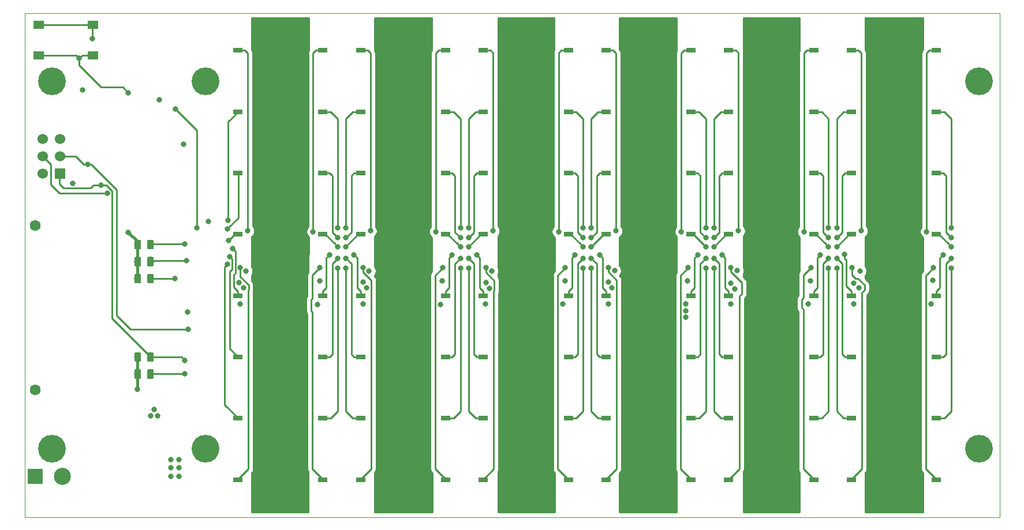
<source format=gbr>
G04 #@! TF.GenerationSoftware,KiCad,Pcbnew,(5.1.4)-1*
G04 #@! TF.CreationDate,2019-09-05T13:30:00+01:00*
G04 #@! TF.ProjectId,lpa96,6c706139-362e-46b6-9963-61645f706362,2.1*
G04 #@! TF.SameCoordinates,Original*
G04 #@! TF.FileFunction,Copper,L1,Top*
G04 #@! TF.FilePolarity,Positive*
%FSLAX46Y46*%
G04 Gerber Fmt 4.6, Leading zero omitted, Abs format (unit mm)*
G04 Created by KiCad (PCBNEW (5.1.4)-1) date 2019-09-05 13:30:00*
%MOMM*%
%LPD*%
G04 APERTURE LIST*
%ADD10C,0.100000*%
%ADD11R,1.440000X0.750000*%
%ADD12R,2.300000X2.300000*%
%ADD13C,2.500000*%
%ADD14R,1.524000X1.524000*%
%ADD15C,1.524000*%
%ADD16R,1.550000X1.300000*%
%ADD17C,1.600000*%
%ADD18C,0.150000*%
%ADD19C,0.975000*%
%ADD20C,4.064000*%
%ADD21C,0.800000*%
%ADD22C,0.254000*%
%ADD23C,0.250000*%
%ADD24C,0.400000*%
G04 APERTURE END LIST*
D10*
X67000000Y-168500000D02*
X67000000Y-94500000D01*
X210000000Y-168500000D02*
X67000000Y-168500000D01*
X210000000Y-94500000D02*
X210000000Y-168500000D01*
X67000000Y-94500000D02*
X210000000Y-94500000D01*
D11*
X98260000Y-163000000D03*
X101740000Y-163000000D03*
X98260000Y-154000000D03*
X101740000Y-154000000D03*
X98260000Y-145000000D03*
X101740000Y-145000000D03*
X98260000Y-136000000D03*
X101740000Y-136000000D03*
X98260000Y-127000000D03*
X101740000Y-127000000D03*
X98260000Y-118000000D03*
X101740000Y-118000000D03*
X98260000Y-109000000D03*
X101740000Y-109000000D03*
X98260000Y-100000000D03*
X101740000Y-100000000D03*
X110740000Y-100000000D03*
X107260000Y-100000000D03*
X110740000Y-109000000D03*
X107260000Y-109000000D03*
X110740000Y-118000000D03*
X107260000Y-118000000D03*
X110740000Y-127000000D03*
X107260000Y-127000000D03*
X110740000Y-136000000D03*
X107260000Y-136000000D03*
X110740000Y-145000000D03*
X107260000Y-145000000D03*
X110740000Y-154000000D03*
X107260000Y-154000000D03*
X110740000Y-163000000D03*
X107260000Y-163000000D03*
X116260000Y-163000000D03*
X119740000Y-163000000D03*
X116260000Y-154000000D03*
X119740000Y-154000000D03*
X116260000Y-145000000D03*
X119740000Y-145000000D03*
X116260000Y-136000000D03*
X119740000Y-136000000D03*
X116260000Y-127000000D03*
X119740000Y-127000000D03*
X116260000Y-118000000D03*
X119740000Y-118000000D03*
X116260000Y-109000000D03*
X119740000Y-109000000D03*
X116260000Y-100000000D03*
X119740000Y-100000000D03*
X128740000Y-100000000D03*
X125260000Y-100000000D03*
X128740000Y-109000000D03*
X125260000Y-109000000D03*
X128740000Y-118000000D03*
X125260000Y-118000000D03*
X128740000Y-127000000D03*
X125260000Y-127000000D03*
X128740000Y-136000000D03*
X125260000Y-136000000D03*
X128740000Y-145000000D03*
X125260000Y-145000000D03*
X128740000Y-154000000D03*
X125260000Y-154000000D03*
X128740000Y-163000000D03*
X125260000Y-163000000D03*
X134260000Y-163000000D03*
X137740000Y-163000000D03*
X134260000Y-154000000D03*
X137740000Y-154000000D03*
X134260000Y-145000000D03*
X137740000Y-145000000D03*
X134260000Y-136000000D03*
X137740000Y-136000000D03*
X134260000Y-127000000D03*
X137740000Y-127000000D03*
X134260000Y-118000000D03*
X137740000Y-118000000D03*
X134260000Y-109000000D03*
X137740000Y-109000000D03*
X134260000Y-100000000D03*
X137740000Y-100000000D03*
X146740000Y-100000000D03*
X143260000Y-100000000D03*
X146740000Y-109000000D03*
X143260000Y-109000000D03*
X146740000Y-118000000D03*
X143260000Y-118000000D03*
X146740000Y-127000000D03*
X143260000Y-127000000D03*
X146740000Y-136000000D03*
X143260000Y-136000000D03*
X146740000Y-145000000D03*
X143260000Y-145000000D03*
X146740000Y-154000000D03*
X143260000Y-154000000D03*
X146740000Y-163000000D03*
X143260000Y-163000000D03*
X152260000Y-163000000D03*
X155740000Y-163000000D03*
X152260000Y-154000000D03*
X155740000Y-154000000D03*
X152260000Y-145000000D03*
X155740000Y-145000000D03*
X152260000Y-136000000D03*
X155740000Y-136000000D03*
X152260000Y-127000000D03*
X155740000Y-127000000D03*
X152260000Y-118000000D03*
X155740000Y-118000000D03*
X152260000Y-109000000D03*
X155740000Y-109000000D03*
X152260000Y-100000000D03*
X155740000Y-100000000D03*
X164740000Y-100000000D03*
X161260000Y-100000000D03*
X164740000Y-109000000D03*
X161260000Y-109000000D03*
X164740000Y-118000000D03*
X161260000Y-118000000D03*
X164740000Y-127000000D03*
X161260000Y-127000000D03*
X164740000Y-136000000D03*
X161260000Y-136000000D03*
X164740000Y-145000000D03*
X161260000Y-145000000D03*
X164740000Y-154000000D03*
X161260000Y-154000000D03*
X164740000Y-163000000D03*
X161260000Y-163000000D03*
X170260000Y-163000000D03*
X173740000Y-163000000D03*
X170260000Y-154000000D03*
X173740000Y-154000000D03*
X170260000Y-145000000D03*
X173740000Y-145000000D03*
X170260000Y-136000000D03*
X173740000Y-136000000D03*
X170260000Y-127000000D03*
X173740000Y-127000000D03*
X170260000Y-118000000D03*
X173740000Y-118000000D03*
X170260000Y-109000000D03*
X173740000Y-109000000D03*
X170260000Y-100000000D03*
X173740000Y-100000000D03*
X182740000Y-100000000D03*
X179260000Y-100000000D03*
X182740000Y-109000000D03*
X179260000Y-109000000D03*
X182740000Y-118000000D03*
X179260000Y-118000000D03*
X182740000Y-127000000D03*
X179260000Y-127000000D03*
X182740000Y-136000000D03*
X179260000Y-136000000D03*
X182740000Y-145000000D03*
X179260000Y-145000000D03*
X182740000Y-154000000D03*
X179260000Y-154000000D03*
X182740000Y-163000000D03*
X179260000Y-163000000D03*
X188260000Y-163000000D03*
X191740000Y-163000000D03*
X188260000Y-154000000D03*
X191740000Y-154000000D03*
X188260000Y-145000000D03*
X191740000Y-145000000D03*
X188260000Y-136000000D03*
X191740000Y-136000000D03*
X188260000Y-127000000D03*
X191740000Y-127000000D03*
X188260000Y-118000000D03*
X191740000Y-118000000D03*
X188260000Y-109000000D03*
X191740000Y-109000000D03*
X188260000Y-100000000D03*
X191740000Y-100000000D03*
X200740000Y-100000000D03*
X197260000Y-100000000D03*
X200740000Y-109000000D03*
X197260000Y-109000000D03*
X200740000Y-118000000D03*
X197260000Y-118000000D03*
X200740000Y-127000000D03*
X197260000Y-127000000D03*
X200740000Y-136000000D03*
X197260000Y-136000000D03*
X200740000Y-145000000D03*
X197260000Y-145000000D03*
X200740000Y-154000000D03*
X197260000Y-154000000D03*
X200740000Y-163000000D03*
X197260000Y-163000000D03*
D12*
X68520000Y-162500000D03*
D13*
X72480000Y-162500000D03*
D14*
X72140000Y-118040000D03*
D15*
X69600000Y-118040000D03*
X72140000Y-115500000D03*
X69600000Y-115500000D03*
X72140000Y-112960000D03*
X69600000Y-112960000D03*
D16*
X69025000Y-100750000D03*
X69025000Y-96250000D03*
X76975000Y-96250000D03*
X76975000Y-100750000D03*
D17*
X68500000Y-125700000D03*
X68500000Y-149850000D03*
D18*
G36*
X85705142Y-127801174D02*
G01*
X85728803Y-127804684D01*
X85752007Y-127810496D01*
X85774529Y-127818554D01*
X85796153Y-127828782D01*
X85816670Y-127841079D01*
X85835883Y-127855329D01*
X85853607Y-127871393D01*
X85869671Y-127889117D01*
X85883921Y-127908330D01*
X85896218Y-127928847D01*
X85906446Y-127950471D01*
X85914504Y-127972993D01*
X85920316Y-127996197D01*
X85923826Y-128019858D01*
X85925000Y-128043750D01*
X85925000Y-128956250D01*
X85923826Y-128980142D01*
X85920316Y-129003803D01*
X85914504Y-129027007D01*
X85906446Y-129049529D01*
X85896218Y-129071153D01*
X85883921Y-129091670D01*
X85869671Y-129110883D01*
X85853607Y-129128607D01*
X85835883Y-129144671D01*
X85816670Y-129158921D01*
X85796153Y-129171218D01*
X85774529Y-129181446D01*
X85752007Y-129189504D01*
X85728803Y-129195316D01*
X85705142Y-129198826D01*
X85681250Y-129200000D01*
X85193750Y-129200000D01*
X85169858Y-129198826D01*
X85146197Y-129195316D01*
X85122993Y-129189504D01*
X85100471Y-129181446D01*
X85078847Y-129171218D01*
X85058330Y-129158921D01*
X85039117Y-129144671D01*
X85021393Y-129128607D01*
X85005329Y-129110883D01*
X84991079Y-129091670D01*
X84978782Y-129071153D01*
X84968554Y-129049529D01*
X84960496Y-129027007D01*
X84954684Y-129003803D01*
X84951174Y-128980142D01*
X84950000Y-128956250D01*
X84950000Y-128043750D01*
X84951174Y-128019858D01*
X84954684Y-127996197D01*
X84960496Y-127972993D01*
X84968554Y-127950471D01*
X84978782Y-127928847D01*
X84991079Y-127908330D01*
X85005329Y-127889117D01*
X85021393Y-127871393D01*
X85039117Y-127855329D01*
X85058330Y-127841079D01*
X85078847Y-127828782D01*
X85100471Y-127818554D01*
X85122993Y-127810496D01*
X85146197Y-127804684D01*
X85169858Y-127801174D01*
X85193750Y-127800000D01*
X85681250Y-127800000D01*
X85705142Y-127801174D01*
X85705142Y-127801174D01*
G37*
D19*
X85437500Y-128500000D03*
D18*
G36*
X83830142Y-127801174D02*
G01*
X83853803Y-127804684D01*
X83877007Y-127810496D01*
X83899529Y-127818554D01*
X83921153Y-127828782D01*
X83941670Y-127841079D01*
X83960883Y-127855329D01*
X83978607Y-127871393D01*
X83994671Y-127889117D01*
X84008921Y-127908330D01*
X84021218Y-127928847D01*
X84031446Y-127950471D01*
X84039504Y-127972993D01*
X84045316Y-127996197D01*
X84048826Y-128019858D01*
X84050000Y-128043750D01*
X84050000Y-128956250D01*
X84048826Y-128980142D01*
X84045316Y-129003803D01*
X84039504Y-129027007D01*
X84031446Y-129049529D01*
X84021218Y-129071153D01*
X84008921Y-129091670D01*
X83994671Y-129110883D01*
X83978607Y-129128607D01*
X83960883Y-129144671D01*
X83941670Y-129158921D01*
X83921153Y-129171218D01*
X83899529Y-129181446D01*
X83877007Y-129189504D01*
X83853803Y-129195316D01*
X83830142Y-129198826D01*
X83806250Y-129200000D01*
X83318750Y-129200000D01*
X83294858Y-129198826D01*
X83271197Y-129195316D01*
X83247993Y-129189504D01*
X83225471Y-129181446D01*
X83203847Y-129171218D01*
X83183330Y-129158921D01*
X83164117Y-129144671D01*
X83146393Y-129128607D01*
X83130329Y-129110883D01*
X83116079Y-129091670D01*
X83103782Y-129071153D01*
X83093554Y-129049529D01*
X83085496Y-129027007D01*
X83079684Y-129003803D01*
X83076174Y-128980142D01*
X83075000Y-128956250D01*
X83075000Y-128043750D01*
X83076174Y-128019858D01*
X83079684Y-127996197D01*
X83085496Y-127972993D01*
X83093554Y-127950471D01*
X83103782Y-127928847D01*
X83116079Y-127908330D01*
X83130329Y-127889117D01*
X83146393Y-127871393D01*
X83164117Y-127855329D01*
X83183330Y-127841079D01*
X83203847Y-127828782D01*
X83225471Y-127818554D01*
X83247993Y-127810496D01*
X83271197Y-127804684D01*
X83294858Y-127801174D01*
X83318750Y-127800000D01*
X83806250Y-127800000D01*
X83830142Y-127801174D01*
X83830142Y-127801174D01*
G37*
D19*
X83562500Y-128500000D03*
D18*
G36*
X85705142Y-130301174D02*
G01*
X85728803Y-130304684D01*
X85752007Y-130310496D01*
X85774529Y-130318554D01*
X85796153Y-130328782D01*
X85816670Y-130341079D01*
X85835883Y-130355329D01*
X85853607Y-130371393D01*
X85869671Y-130389117D01*
X85883921Y-130408330D01*
X85896218Y-130428847D01*
X85906446Y-130450471D01*
X85914504Y-130472993D01*
X85920316Y-130496197D01*
X85923826Y-130519858D01*
X85925000Y-130543750D01*
X85925000Y-131456250D01*
X85923826Y-131480142D01*
X85920316Y-131503803D01*
X85914504Y-131527007D01*
X85906446Y-131549529D01*
X85896218Y-131571153D01*
X85883921Y-131591670D01*
X85869671Y-131610883D01*
X85853607Y-131628607D01*
X85835883Y-131644671D01*
X85816670Y-131658921D01*
X85796153Y-131671218D01*
X85774529Y-131681446D01*
X85752007Y-131689504D01*
X85728803Y-131695316D01*
X85705142Y-131698826D01*
X85681250Y-131700000D01*
X85193750Y-131700000D01*
X85169858Y-131698826D01*
X85146197Y-131695316D01*
X85122993Y-131689504D01*
X85100471Y-131681446D01*
X85078847Y-131671218D01*
X85058330Y-131658921D01*
X85039117Y-131644671D01*
X85021393Y-131628607D01*
X85005329Y-131610883D01*
X84991079Y-131591670D01*
X84978782Y-131571153D01*
X84968554Y-131549529D01*
X84960496Y-131527007D01*
X84954684Y-131503803D01*
X84951174Y-131480142D01*
X84950000Y-131456250D01*
X84950000Y-130543750D01*
X84951174Y-130519858D01*
X84954684Y-130496197D01*
X84960496Y-130472993D01*
X84968554Y-130450471D01*
X84978782Y-130428847D01*
X84991079Y-130408330D01*
X85005329Y-130389117D01*
X85021393Y-130371393D01*
X85039117Y-130355329D01*
X85058330Y-130341079D01*
X85078847Y-130328782D01*
X85100471Y-130318554D01*
X85122993Y-130310496D01*
X85146197Y-130304684D01*
X85169858Y-130301174D01*
X85193750Y-130300000D01*
X85681250Y-130300000D01*
X85705142Y-130301174D01*
X85705142Y-130301174D01*
G37*
D19*
X85437500Y-131000000D03*
D18*
G36*
X83830142Y-130301174D02*
G01*
X83853803Y-130304684D01*
X83877007Y-130310496D01*
X83899529Y-130318554D01*
X83921153Y-130328782D01*
X83941670Y-130341079D01*
X83960883Y-130355329D01*
X83978607Y-130371393D01*
X83994671Y-130389117D01*
X84008921Y-130408330D01*
X84021218Y-130428847D01*
X84031446Y-130450471D01*
X84039504Y-130472993D01*
X84045316Y-130496197D01*
X84048826Y-130519858D01*
X84050000Y-130543750D01*
X84050000Y-131456250D01*
X84048826Y-131480142D01*
X84045316Y-131503803D01*
X84039504Y-131527007D01*
X84031446Y-131549529D01*
X84021218Y-131571153D01*
X84008921Y-131591670D01*
X83994671Y-131610883D01*
X83978607Y-131628607D01*
X83960883Y-131644671D01*
X83941670Y-131658921D01*
X83921153Y-131671218D01*
X83899529Y-131681446D01*
X83877007Y-131689504D01*
X83853803Y-131695316D01*
X83830142Y-131698826D01*
X83806250Y-131700000D01*
X83318750Y-131700000D01*
X83294858Y-131698826D01*
X83271197Y-131695316D01*
X83247993Y-131689504D01*
X83225471Y-131681446D01*
X83203847Y-131671218D01*
X83183330Y-131658921D01*
X83164117Y-131644671D01*
X83146393Y-131628607D01*
X83130329Y-131610883D01*
X83116079Y-131591670D01*
X83103782Y-131571153D01*
X83093554Y-131549529D01*
X83085496Y-131527007D01*
X83079684Y-131503803D01*
X83076174Y-131480142D01*
X83075000Y-131456250D01*
X83075000Y-130543750D01*
X83076174Y-130519858D01*
X83079684Y-130496197D01*
X83085496Y-130472993D01*
X83093554Y-130450471D01*
X83103782Y-130428847D01*
X83116079Y-130408330D01*
X83130329Y-130389117D01*
X83146393Y-130371393D01*
X83164117Y-130355329D01*
X83183330Y-130341079D01*
X83203847Y-130328782D01*
X83225471Y-130318554D01*
X83247993Y-130310496D01*
X83271197Y-130304684D01*
X83294858Y-130301174D01*
X83318750Y-130300000D01*
X83806250Y-130300000D01*
X83830142Y-130301174D01*
X83830142Y-130301174D01*
G37*
D19*
X83562500Y-131000000D03*
D18*
G36*
X85705142Y-132801174D02*
G01*
X85728803Y-132804684D01*
X85752007Y-132810496D01*
X85774529Y-132818554D01*
X85796153Y-132828782D01*
X85816670Y-132841079D01*
X85835883Y-132855329D01*
X85853607Y-132871393D01*
X85869671Y-132889117D01*
X85883921Y-132908330D01*
X85896218Y-132928847D01*
X85906446Y-132950471D01*
X85914504Y-132972993D01*
X85920316Y-132996197D01*
X85923826Y-133019858D01*
X85925000Y-133043750D01*
X85925000Y-133956250D01*
X85923826Y-133980142D01*
X85920316Y-134003803D01*
X85914504Y-134027007D01*
X85906446Y-134049529D01*
X85896218Y-134071153D01*
X85883921Y-134091670D01*
X85869671Y-134110883D01*
X85853607Y-134128607D01*
X85835883Y-134144671D01*
X85816670Y-134158921D01*
X85796153Y-134171218D01*
X85774529Y-134181446D01*
X85752007Y-134189504D01*
X85728803Y-134195316D01*
X85705142Y-134198826D01*
X85681250Y-134200000D01*
X85193750Y-134200000D01*
X85169858Y-134198826D01*
X85146197Y-134195316D01*
X85122993Y-134189504D01*
X85100471Y-134181446D01*
X85078847Y-134171218D01*
X85058330Y-134158921D01*
X85039117Y-134144671D01*
X85021393Y-134128607D01*
X85005329Y-134110883D01*
X84991079Y-134091670D01*
X84978782Y-134071153D01*
X84968554Y-134049529D01*
X84960496Y-134027007D01*
X84954684Y-134003803D01*
X84951174Y-133980142D01*
X84950000Y-133956250D01*
X84950000Y-133043750D01*
X84951174Y-133019858D01*
X84954684Y-132996197D01*
X84960496Y-132972993D01*
X84968554Y-132950471D01*
X84978782Y-132928847D01*
X84991079Y-132908330D01*
X85005329Y-132889117D01*
X85021393Y-132871393D01*
X85039117Y-132855329D01*
X85058330Y-132841079D01*
X85078847Y-132828782D01*
X85100471Y-132818554D01*
X85122993Y-132810496D01*
X85146197Y-132804684D01*
X85169858Y-132801174D01*
X85193750Y-132800000D01*
X85681250Y-132800000D01*
X85705142Y-132801174D01*
X85705142Y-132801174D01*
G37*
D19*
X85437500Y-133500000D03*
D18*
G36*
X83830142Y-132801174D02*
G01*
X83853803Y-132804684D01*
X83877007Y-132810496D01*
X83899529Y-132818554D01*
X83921153Y-132828782D01*
X83941670Y-132841079D01*
X83960883Y-132855329D01*
X83978607Y-132871393D01*
X83994671Y-132889117D01*
X84008921Y-132908330D01*
X84021218Y-132928847D01*
X84031446Y-132950471D01*
X84039504Y-132972993D01*
X84045316Y-132996197D01*
X84048826Y-133019858D01*
X84050000Y-133043750D01*
X84050000Y-133956250D01*
X84048826Y-133980142D01*
X84045316Y-134003803D01*
X84039504Y-134027007D01*
X84031446Y-134049529D01*
X84021218Y-134071153D01*
X84008921Y-134091670D01*
X83994671Y-134110883D01*
X83978607Y-134128607D01*
X83960883Y-134144671D01*
X83941670Y-134158921D01*
X83921153Y-134171218D01*
X83899529Y-134181446D01*
X83877007Y-134189504D01*
X83853803Y-134195316D01*
X83830142Y-134198826D01*
X83806250Y-134200000D01*
X83318750Y-134200000D01*
X83294858Y-134198826D01*
X83271197Y-134195316D01*
X83247993Y-134189504D01*
X83225471Y-134181446D01*
X83203847Y-134171218D01*
X83183330Y-134158921D01*
X83164117Y-134144671D01*
X83146393Y-134128607D01*
X83130329Y-134110883D01*
X83116079Y-134091670D01*
X83103782Y-134071153D01*
X83093554Y-134049529D01*
X83085496Y-134027007D01*
X83079684Y-134003803D01*
X83076174Y-133980142D01*
X83075000Y-133956250D01*
X83075000Y-133043750D01*
X83076174Y-133019858D01*
X83079684Y-132996197D01*
X83085496Y-132972993D01*
X83093554Y-132950471D01*
X83103782Y-132928847D01*
X83116079Y-132908330D01*
X83130329Y-132889117D01*
X83146393Y-132871393D01*
X83164117Y-132855329D01*
X83183330Y-132841079D01*
X83203847Y-132828782D01*
X83225471Y-132818554D01*
X83247993Y-132810496D01*
X83271197Y-132804684D01*
X83294858Y-132801174D01*
X83318750Y-132800000D01*
X83806250Y-132800000D01*
X83830142Y-132801174D01*
X83830142Y-132801174D01*
G37*
D19*
X83562500Y-133500000D03*
D18*
G36*
X85705142Y-144301174D02*
G01*
X85728803Y-144304684D01*
X85752007Y-144310496D01*
X85774529Y-144318554D01*
X85796153Y-144328782D01*
X85816670Y-144341079D01*
X85835883Y-144355329D01*
X85853607Y-144371393D01*
X85869671Y-144389117D01*
X85883921Y-144408330D01*
X85896218Y-144428847D01*
X85906446Y-144450471D01*
X85914504Y-144472993D01*
X85920316Y-144496197D01*
X85923826Y-144519858D01*
X85925000Y-144543750D01*
X85925000Y-145456250D01*
X85923826Y-145480142D01*
X85920316Y-145503803D01*
X85914504Y-145527007D01*
X85906446Y-145549529D01*
X85896218Y-145571153D01*
X85883921Y-145591670D01*
X85869671Y-145610883D01*
X85853607Y-145628607D01*
X85835883Y-145644671D01*
X85816670Y-145658921D01*
X85796153Y-145671218D01*
X85774529Y-145681446D01*
X85752007Y-145689504D01*
X85728803Y-145695316D01*
X85705142Y-145698826D01*
X85681250Y-145700000D01*
X85193750Y-145700000D01*
X85169858Y-145698826D01*
X85146197Y-145695316D01*
X85122993Y-145689504D01*
X85100471Y-145681446D01*
X85078847Y-145671218D01*
X85058330Y-145658921D01*
X85039117Y-145644671D01*
X85021393Y-145628607D01*
X85005329Y-145610883D01*
X84991079Y-145591670D01*
X84978782Y-145571153D01*
X84968554Y-145549529D01*
X84960496Y-145527007D01*
X84954684Y-145503803D01*
X84951174Y-145480142D01*
X84950000Y-145456250D01*
X84950000Y-144543750D01*
X84951174Y-144519858D01*
X84954684Y-144496197D01*
X84960496Y-144472993D01*
X84968554Y-144450471D01*
X84978782Y-144428847D01*
X84991079Y-144408330D01*
X85005329Y-144389117D01*
X85021393Y-144371393D01*
X85039117Y-144355329D01*
X85058330Y-144341079D01*
X85078847Y-144328782D01*
X85100471Y-144318554D01*
X85122993Y-144310496D01*
X85146197Y-144304684D01*
X85169858Y-144301174D01*
X85193750Y-144300000D01*
X85681250Y-144300000D01*
X85705142Y-144301174D01*
X85705142Y-144301174D01*
G37*
D19*
X85437500Y-145000000D03*
D18*
G36*
X83830142Y-144301174D02*
G01*
X83853803Y-144304684D01*
X83877007Y-144310496D01*
X83899529Y-144318554D01*
X83921153Y-144328782D01*
X83941670Y-144341079D01*
X83960883Y-144355329D01*
X83978607Y-144371393D01*
X83994671Y-144389117D01*
X84008921Y-144408330D01*
X84021218Y-144428847D01*
X84031446Y-144450471D01*
X84039504Y-144472993D01*
X84045316Y-144496197D01*
X84048826Y-144519858D01*
X84050000Y-144543750D01*
X84050000Y-145456250D01*
X84048826Y-145480142D01*
X84045316Y-145503803D01*
X84039504Y-145527007D01*
X84031446Y-145549529D01*
X84021218Y-145571153D01*
X84008921Y-145591670D01*
X83994671Y-145610883D01*
X83978607Y-145628607D01*
X83960883Y-145644671D01*
X83941670Y-145658921D01*
X83921153Y-145671218D01*
X83899529Y-145681446D01*
X83877007Y-145689504D01*
X83853803Y-145695316D01*
X83830142Y-145698826D01*
X83806250Y-145700000D01*
X83318750Y-145700000D01*
X83294858Y-145698826D01*
X83271197Y-145695316D01*
X83247993Y-145689504D01*
X83225471Y-145681446D01*
X83203847Y-145671218D01*
X83183330Y-145658921D01*
X83164117Y-145644671D01*
X83146393Y-145628607D01*
X83130329Y-145610883D01*
X83116079Y-145591670D01*
X83103782Y-145571153D01*
X83093554Y-145549529D01*
X83085496Y-145527007D01*
X83079684Y-145503803D01*
X83076174Y-145480142D01*
X83075000Y-145456250D01*
X83075000Y-144543750D01*
X83076174Y-144519858D01*
X83079684Y-144496197D01*
X83085496Y-144472993D01*
X83093554Y-144450471D01*
X83103782Y-144428847D01*
X83116079Y-144408330D01*
X83130329Y-144389117D01*
X83146393Y-144371393D01*
X83164117Y-144355329D01*
X83183330Y-144341079D01*
X83203847Y-144328782D01*
X83225471Y-144318554D01*
X83247993Y-144310496D01*
X83271197Y-144304684D01*
X83294858Y-144301174D01*
X83318750Y-144300000D01*
X83806250Y-144300000D01*
X83830142Y-144301174D01*
X83830142Y-144301174D01*
G37*
D19*
X83562500Y-145000000D03*
D18*
G36*
X85705142Y-146801174D02*
G01*
X85728803Y-146804684D01*
X85752007Y-146810496D01*
X85774529Y-146818554D01*
X85796153Y-146828782D01*
X85816670Y-146841079D01*
X85835883Y-146855329D01*
X85853607Y-146871393D01*
X85869671Y-146889117D01*
X85883921Y-146908330D01*
X85896218Y-146928847D01*
X85906446Y-146950471D01*
X85914504Y-146972993D01*
X85920316Y-146996197D01*
X85923826Y-147019858D01*
X85925000Y-147043750D01*
X85925000Y-147956250D01*
X85923826Y-147980142D01*
X85920316Y-148003803D01*
X85914504Y-148027007D01*
X85906446Y-148049529D01*
X85896218Y-148071153D01*
X85883921Y-148091670D01*
X85869671Y-148110883D01*
X85853607Y-148128607D01*
X85835883Y-148144671D01*
X85816670Y-148158921D01*
X85796153Y-148171218D01*
X85774529Y-148181446D01*
X85752007Y-148189504D01*
X85728803Y-148195316D01*
X85705142Y-148198826D01*
X85681250Y-148200000D01*
X85193750Y-148200000D01*
X85169858Y-148198826D01*
X85146197Y-148195316D01*
X85122993Y-148189504D01*
X85100471Y-148181446D01*
X85078847Y-148171218D01*
X85058330Y-148158921D01*
X85039117Y-148144671D01*
X85021393Y-148128607D01*
X85005329Y-148110883D01*
X84991079Y-148091670D01*
X84978782Y-148071153D01*
X84968554Y-148049529D01*
X84960496Y-148027007D01*
X84954684Y-148003803D01*
X84951174Y-147980142D01*
X84950000Y-147956250D01*
X84950000Y-147043750D01*
X84951174Y-147019858D01*
X84954684Y-146996197D01*
X84960496Y-146972993D01*
X84968554Y-146950471D01*
X84978782Y-146928847D01*
X84991079Y-146908330D01*
X85005329Y-146889117D01*
X85021393Y-146871393D01*
X85039117Y-146855329D01*
X85058330Y-146841079D01*
X85078847Y-146828782D01*
X85100471Y-146818554D01*
X85122993Y-146810496D01*
X85146197Y-146804684D01*
X85169858Y-146801174D01*
X85193750Y-146800000D01*
X85681250Y-146800000D01*
X85705142Y-146801174D01*
X85705142Y-146801174D01*
G37*
D19*
X85437500Y-147500000D03*
D18*
G36*
X83830142Y-146801174D02*
G01*
X83853803Y-146804684D01*
X83877007Y-146810496D01*
X83899529Y-146818554D01*
X83921153Y-146828782D01*
X83941670Y-146841079D01*
X83960883Y-146855329D01*
X83978607Y-146871393D01*
X83994671Y-146889117D01*
X84008921Y-146908330D01*
X84021218Y-146928847D01*
X84031446Y-146950471D01*
X84039504Y-146972993D01*
X84045316Y-146996197D01*
X84048826Y-147019858D01*
X84050000Y-147043750D01*
X84050000Y-147956250D01*
X84048826Y-147980142D01*
X84045316Y-148003803D01*
X84039504Y-148027007D01*
X84031446Y-148049529D01*
X84021218Y-148071153D01*
X84008921Y-148091670D01*
X83994671Y-148110883D01*
X83978607Y-148128607D01*
X83960883Y-148144671D01*
X83941670Y-148158921D01*
X83921153Y-148171218D01*
X83899529Y-148181446D01*
X83877007Y-148189504D01*
X83853803Y-148195316D01*
X83830142Y-148198826D01*
X83806250Y-148200000D01*
X83318750Y-148200000D01*
X83294858Y-148198826D01*
X83271197Y-148195316D01*
X83247993Y-148189504D01*
X83225471Y-148181446D01*
X83203847Y-148171218D01*
X83183330Y-148158921D01*
X83164117Y-148144671D01*
X83146393Y-148128607D01*
X83130329Y-148110883D01*
X83116079Y-148091670D01*
X83103782Y-148071153D01*
X83093554Y-148049529D01*
X83085496Y-148027007D01*
X83079684Y-148003803D01*
X83076174Y-147980142D01*
X83075000Y-147956250D01*
X83075000Y-147043750D01*
X83076174Y-147019858D01*
X83079684Y-146996197D01*
X83085496Y-146972993D01*
X83093554Y-146950471D01*
X83103782Y-146928847D01*
X83116079Y-146908330D01*
X83130329Y-146889117D01*
X83146393Y-146871393D01*
X83164117Y-146855329D01*
X83183330Y-146841079D01*
X83203847Y-146828782D01*
X83225471Y-146818554D01*
X83247993Y-146810496D01*
X83271197Y-146804684D01*
X83294858Y-146801174D01*
X83318750Y-146800000D01*
X83806250Y-146800000D01*
X83830142Y-146801174D01*
X83830142Y-146801174D01*
G37*
D19*
X83562500Y-147500000D03*
D20*
X207000000Y-158500000D03*
X207000000Y-104500000D03*
X71000000Y-158500000D03*
X93500000Y-158500000D03*
X93500000Y-104500000D03*
X71000000Y-104500000D03*
D21*
X90500000Y-145500000D03*
X78200024Y-119800000D03*
X89000000Y-133500000D03*
X79099988Y-121000002D03*
X82200000Y-106200000D03*
X75000012Y-101165715D03*
X76200000Y-116700000D03*
X91000002Y-140900000D03*
X90700000Y-130900014D03*
X76900000Y-98300000D03*
X85500000Y-153600000D03*
X86500000Y-153600000D03*
X86000000Y-152700000D03*
X106700000Y-137300000D03*
X102200000Y-161700000D03*
X106700000Y-161700000D03*
X196700000Y-137300000D03*
X178700000Y-137300000D03*
X160700000Y-137300000D03*
X142700000Y-137300000D03*
X124700000Y-137300000D03*
X192200000Y-161700000D03*
X174200000Y-161700000D03*
X156200000Y-161700000D03*
X138200000Y-161700000D03*
X120200000Y-161700000D03*
X192200000Y-123900000D03*
X142700000Y-101300000D03*
X124700000Y-101300000D03*
X192200000Y-98700000D03*
X160700000Y-101300000D03*
X178700000Y-101300000D03*
X174200000Y-98700000D03*
X156200000Y-98700000D03*
X138200000Y-98700000D03*
X120200000Y-98700000D03*
X196700000Y-98700000D03*
X178700000Y-98700000D03*
X160700000Y-98700000D03*
X142700000Y-98700000D03*
X124700000Y-98700000D03*
X102200000Y-164300000D03*
X102200000Y-137300000D03*
X106700000Y-164300000D03*
X196700000Y-164300000D03*
X178700000Y-164300000D03*
X160700000Y-164300000D03*
X142700000Y-164300000D03*
X124700000Y-164300000D03*
X192200000Y-101300000D03*
X174200000Y-101300000D03*
X156200000Y-101300000D03*
X138200000Y-101300000D03*
X120200000Y-101300000D03*
X196700000Y-101300000D03*
X196700000Y-123900000D03*
X192200000Y-164300000D03*
X174200000Y-164300000D03*
X156200000Y-164300000D03*
X138200000Y-164300000D03*
X120200000Y-164300000D03*
X196700000Y-161700000D03*
X178700000Y-161700000D03*
X160700000Y-161700000D03*
X142700000Y-161700000D03*
X124700000Y-161700000D03*
X192200000Y-137300000D03*
X174200000Y-137300000D03*
X156200000Y-137300000D03*
X138200000Y-137300000D03*
X120200000Y-137300000D03*
X102200000Y-101300000D03*
X106700000Y-101300000D03*
X102200000Y-98700000D03*
X106700000Y-98700000D03*
X196700000Y-122950000D03*
X192200000Y-122950000D03*
X196700000Y-106500000D03*
X178700000Y-106500000D03*
X160700000Y-106500000D03*
X142700000Y-106500000D03*
X124700000Y-106500000D03*
X102200000Y-106500000D03*
X192200000Y-106500000D03*
X174200000Y-106500000D03*
X156200000Y-106500000D03*
X138200000Y-106500000D03*
X120200000Y-106500000D03*
X106700000Y-106500000D03*
X196700000Y-141550000D03*
X192200000Y-141550000D03*
X106700000Y-158300000D03*
X120200000Y-158300000D03*
X138200000Y-158300000D03*
X156200000Y-158300000D03*
X174200000Y-158300000D03*
X192200000Y-158300000D03*
X102200000Y-158300000D03*
X124700000Y-158300000D03*
X142700000Y-158300000D03*
X160700000Y-158300000D03*
X178700000Y-158300000D03*
X196700000Y-158300000D03*
X174200000Y-123900000D03*
X156200000Y-123900000D03*
X138200000Y-123900000D03*
X120200000Y-123900000D03*
X102200000Y-123900000D03*
X178700000Y-123900000D03*
X160700000Y-123900000D03*
X142700000Y-123900000D03*
X124700000Y-123900000D03*
X106700000Y-123900000D03*
X178700000Y-122950000D03*
X160700000Y-122950000D03*
X142700000Y-122950000D03*
X124700000Y-122950000D03*
X106700000Y-122950000D03*
X174200000Y-122950000D03*
X156200000Y-122950000D03*
X138200000Y-122950000D03*
X120200000Y-122950000D03*
X102200000Y-122950000D03*
X196700000Y-140550000D03*
X192200000Y-140550000D03*
X178700000Y-141550000D03*
X160700000Y-141550000D03*
X142700000Y-141550000D03*
X124700000Y-141550000D03*
X106700000Y-141550000D03*
X174200000Y-141550000D03*
X156200000Y-141550000D03*
X138200000Y-141550000D03*
X120200000Y-141550000D03*
X102200000Y-141550000D03*
X174200000Y-140550000D03*
X156200000Y-140550000D03*
X138200000Y-140550000D03*
X120200000Y-140550000D03*
X102200000Y-140550000D03*
X178700000Y-140550000D03*
X160700000Y-140550000D03*
X142700000Y-140550000D03*
X124700000Y-140550000D03*
X106700000Y-140550000D03*
X196700000Y-105500000D03*
X178700000Y-105500000D03*
X160700000Y-105500000D03*
X142700000Y-105500000D03*
X124700000Y-105500000D03*
X102200000Y-105500000D03*
X192200000Y-105500000D03*
X174200000Y-105500000D03*
X156200000Y-105500000D03*
X138200000Y-105500000D03*
X120200000Y-105500000D03*
X106700000Y-105500000D03*
X188552650Y-134135329D03*
X170599604Y-134134189D03*
X152638187Y-133962333D03*
X134654669Y-134058321D03*
X116638187Y-133975010D03*
X98425839Y-134074161D03*
X188600000Y-137199992D03*
X170600000Y-137199992D03*
X152600000Y-137199992D03*
X134600000Y-137199992D03*
X116600000Y-137199992D03*
X98600000Y-137199992D03*
X92245002Y-126000000D03*
X89100000Y-108600000D03*
X117500059Y-132374990D03*
X135500059Y-132375190D03*
X153500059Y-132325010D03*
X171500059Y-132325010D03*
X189500059Y-132375190D03*
X99450444Y-132375478D03*
X200235200Y-133735200D03*
X110235200Y-133825010D03*
X128235200Y-133825210D03*
X146235200Y-133825010D03*
X164235200Y-133825010D03*
X182235200Y-133825210D03*
X93900000Y-125100000D03*
X189315451Y-134828951D03*
X171150115Y-135049609D03*
X153103710Y-134847382D03*
X135148812Y-134927715D03*
X117108984Y-134857265D03*
X99096105Y-134816297D03*
X90500000Y-128400000D03*
X90500000Y-147500000D03*
X98600025Y-131849350D03*
X96700006Y-131400000D03*
X97099998Y-130300000D03*
X97487346Y-129112666D03*
X96900000Y-127900000D03*
X96699992Y-126200000D03*
X96799996Y-124900000D03*
X99700000Y-126500000D03*
X109300000Y-126600000D03*
X112900000Y-126000000D03*
X112900000Y-127500000D03*
X112900000Y-128799964D03*
X111700000Y-130000000D03*
X112900000Y-130500000D03*
X112900000Y-132000000D03*
X110300000Y-131919410D03*
X116631059Y-131880153D03*
X114100000Y-132000000D03*
X114100000Y-130500000D03*
X115300000Y-130000000D03*
X114100000Y-128800000D03*
X114100000Y-127500000D03*
X114100000Y-126000000D03*
X117700000Y-126500000D03*
X127300000Y-126600000D03*
X130900000Y-126000000D03*
X130900000Y-127500000D03*
X130900000Y-128799964D03*
X129700000Y-130000000D03*
X130900000Y-130500000D03*
X130900000Y-132000000D03*
X128300000Y-131919410D03*
X134631153Y-131880189D03*
X132100000Y-130500000D03*
X133300000Y-130000000D03*
X132100000Y-128800000D03*
X132100000Y-127500000D03*
X132100000Y-126000000D03*
X135700000Y-126500000D03*
X145300000Y-126600000D03*
X148900000Y-126000000D03*
X148900000Y-127500000D03*
X148900000Y-128799964D03*
X147700000Y-130000000D03*
X148900000Y-130500000D03*
X148900000Y-132000000D03*
X146300000Y-131919410D03*
X152586235Y-131869410D03*
X150100000Y-132000000D03*
X150100000Y-130500000D03*
X151300000Y-130000000D03*
X150100000Y-128800000D03*
X150100000Y-127500000D03*
X150100000Y-126000000D03*
X153700000Y-126500000D03*
X163300000Y-126600000D03*
X166900000Y-126000000D03*
X166900000Y-127500000D03*
X166900000Y-128799964D03*
X165700000Y-130000000D03*
X166900000Y-130500000D03*
X166900000Y-132000000D03*
X164300000Y-131919410D03*
X170586235Y-131869410D03*
X168100000Y-132000000D03*
X168100000Y-130500000D03*
X169300000Y-130000000D03*
X168100000Y-128800000D03*
X168100000Y-127500000D03*
X168100000Y-126000000D03*
X171700000Y-126500000D03*
X181300000Y-126600000D03*
X184900000Y-126000000D03*
X184900000Y-127500000D03*
X184900000Y-128799964D03*
X183700000Y-130000000D03*
X184900000Y-130500000D03*
X184900000Y-132000000D03*
X182300000Y-131919410D03*
X188330288Y-131861590D03*
X186100000Y-132000000D03*
X186100000Y-130500000D03*
X187247338Y-129959137D03*
X186100000Y-128800000D03*
X186100000Y-127500000D03*
X186100000Y-126000000D03*
X189700000Y-126500000D03*
X199300000Y-126600000D03*
X202900000Y-126000000D03*
X202900000Y-127500000D03*
X202900000Y-128799964D03*
X201700000Y-130000000D03*
X202900000Y-130500000D03*
X202900000Y-132000000D03*
X200300000Y-131919410D03*
X132100000Y-132000000D03*
X88400000Y-162500000D03*
X89600000Y-162500000D03*
X88400000Y-161300000D03*
X89600000Y-161300000D03*
X89600000Y-160100000D03*
X199950000Y-137250000D03*
X181900000Y-137250000D03*
X163950000Y-137250000D03*
X145950000Y-137250000D03*
X127950000Y-137300000D03*
X109900000Y-137300000D03*
X75500000Y-105800000D03*
X74000000Y-119500000D03*
X90300000Y-113800000D03*
X163950000Y-138200000D03*
X163950000Y-139200000D03*
X82200000Y-126700000D03*
X83550000Y-149750000D03*
X90900000Y-138400000D03*
X88400000Y-160100000D03*
X86700000Y-107200000D03*
D22*
X90000000Y-145000000D02*
X85452500Y-145000000D01*
X90500000Y-145500000D02*
X90000000Y-145000000D01*
D23*
X78765709Y-119800000D02*
X78200024Y-119800000D01*
X78972988Y-119800000D02*
X78765709Y-119800000D01*
X79824989Y-120652001D02*
X78972988Y-119800000D01*
X79824989Y-139364227D02*
X79824989Y-120652001D01*
X85450000Y-145000000D02*
X85450000Y-144989238D01*
X85450000Y-144989238D02*
X79824989Y-139364227D01*
X72100000Y-118000000D02*
X72200000Y-118000000D01*
X72100000Y-119600000D02*
X72100000Y-118000000D01*
X72725001Y-120225001D02*
X72100000Y-119600000D01*
X76674999Y-120225001D02*
X72725001Y-120225001D01*
X78200024Y-119800000D02*
X77100000Y-119800000D01*
X77100000Y-119800000D02*
X76674999Y-120225001D01*
D22*
X89000000Y-133500000D02*
X85452500Y-133500000D01*
D23*
X69600000Y-115500000D02*
X69600000Y-115400000D01*
X78534303Y-121000002D02*
X79099988Y-121000002D01*
X72100002Y-121000002D02*
X78534303Y-121000002D01*
X70817001Y-119717001D02*
X72100002Y-121000002D01*
X69600000Y-115500000D02*
X70817001Y-116717001D01*
X70817001Y-116717001D02*
X70817001Y-119717001D01*
D22*
X82200000Y-106200000D02*
X81400000Y-105400000D01*
X81400000Y-105400000D02*
X78200000Y-105400000D01*
X76975000Y-100750000D02*
X75415727Y-100750000D01*
X75415727Y-100750000D02*
X75400011Y-100765716D01*
X75400011Y-100765716D02*
X75000012Y-101165715D01*
D23*
X75000012Y-102200012D02*
X75000012Y-101731400D01*
X75000012Y-101731400D02*
X75000012Y-101165715D01*
X78200000Y-105400000D02*
X75000012Y-102200012D01*
D22*
X74600013Y-100765716D02*
X75000012Y-101165715D01*
X74584297Y-100750000D02*
X74600013Y-100765716D01*
X69025000Y-100750000D02*
X74584297Y-100750000D01*
D23*
X75634315Y-116700000D02*
X74434315Y-115500000D01*
X76200000Y-116700000D02*
X75634315Y-116700000D01*
X74434315Y-115500000D02*
X72100000Y-115500000D01*
X72100000Y-115500000D02*
X72300000Y-115500000D01*
X80500000Y-138900000D02*
X80500000Y-120434315D01*
X81700000Y-140100000D02*
X80500000Y-138900000D01*
X80500000Y-120434315D02*
X76765685Y-116700000D01*
X76765685Y-116700000D02*
X76200000Y-116700000D01*
D22*
X82500000Y-140900000D02*
X90434317Y-140900000D01*
X81000000Y-139400000D02*
X82500000Y-140900000D01*
X90434317Y-140900000D02*
X91000002Y-140900000D01*
X85452500Y-131000000D02*
X85552486Y-130900014D01*
X85552486Y-130900014D02*
X90134315Y-130900014D01*
X90134315Y-130900014D02*
X90700000Y-130900014D01*
D23*
X69025000Y-96250000D02*
X76950000Y-96250000D01*
X76950000Y-96250000D02*
X76900000Y-96200000D01*
X76900000Y-96200000D02*
X76900000Y-98300000D01*
X92245002Y-126000000D02*
X92245002Y-111745002D01*
X92245002Y-111745002D02*
X89100000Y-108600000D01*
D22*
X85552500Y-128400000D02*
X89934315Y-128400000D01*
X89934315Y-128400000D02*
X90500000Y-128400000D01*
X85452500Y-128500000D02*
X85552500Y-128400000D01*
X90500000Y-147500000D02*
X85452500Y-147500000D01*
D23*
X99800000Y-135185404D02*
X99821106Y-135164298D01*
X99821106Y-135164298D02*
X99821106Y-134444108D01*
X99821106Y-134444108D02*
X98600025Y-133223027D01*
X98600025Y-132415035D02*
X98600025Y-131849350D01*
X99800000Y-161400000D02*
X99800000Y-135185404D01*
X98200000Y-163000000D02*
X99800000Y-161400000D01*
X98600025Y-133223027D02*
X98600025Y-132415035D01*
X96300007Y-131799999D02*
X96700006Y-131400000D01*
X96300007Y-152000007D02*
X96300007Y-131799999D01*
X98300000Y-154000000D02*
X96300007Y-152000007D01*
X97425008Y-130625010D02*
X97099998Y-130300000D01*
X97425008Y-132174992D02*
X97425008Y-130625010D01*
X97100000Y-132500000D02*
X97425008Y-132174992D01*
X98300000Y-145000000D02*
X97100000Y-143800000D01*
X97100000Y-143800000D02*
X97100000Y-132500000D01*
X98260000Y-136000000D02*
X98260000Y-135375000D01*
X97875015Y-129500335D02*
X97487346Y-129112666D01*
X97875015Y-132700000D02*
X97875015Y-129500335D01*
X97675013Y-132900002D02*
X97875015Y-132700000D01*
X97675013Y-134790013D02*
X97675013Y-132900002D01*
X98260000Y-136000000D02*
X98260000Y-135375000D01*
X98260000Y-135375000D02*
X97675013Y-134790013D01*
X97299999Y-127500001D02*
X96900000Y-127900000D01*
X97800000Y-127000000D02*
X97299999Y-127500001D01*
X98300000Y-127000000D02*
X97800000Y-127000000D01*
X98300000Y-124599992D02*
X97099991Y-125800001D01*
X97099991Y-125800001D02*
X96699992Y-126200000D01*
X98300000Y-118000000D02*
X98300000Y-124599992D01*
X96799996Y-124334315D02*
X96799996Y-124900000D01*
X96799996Y-110500004D02*
X96799996Y-124334315D01*
X98300000Y-109000000D02*
X96799996Y-110500004D01*
X99300000Y-100000000D02*
X98200000Y-100000000D01*
X99700000Y-126500000D02*
X99700000Y-100400000D01*
X99700000Y-100400000D02*
X99300000Y-100000000D01*
X109300000Y-100400000D02*
X109700000Y-100000000D01*
X109300000Y-126600000D02*
X109300000Y-100400000D01*
X109700000Y-100000000D02*
X110800000Y-100000000D01*
X112900000Y-126000000D02*
X112900000Y-110000000D01*
X112900000Y-110000000D02*
X111900000Y-109000000D01*
X111900000Y-109000000D02*
X110800000Y-109000000D01*
X111700000Y-118000000D02*
X110800000Y-118000000D01*
X112100000Y-118400000D02*
X111700000Y-118000000D01*
X112900000Y-127500000D02*
X112100000Y-126700000D01*
X112100000Y-126700000D02*
X112100000Y-118400000D01*
X110800000Y-127100000D02*
X111200036Y-127100000D01*
X111200036Y-127100000D02*
X112450001Y-128349965D01*
X112450001Y-128349965D02*
X112900000Y-128799964D01*
X111250001Y-130449999D02*
X111700000Y-130000000D01*
X110740000Y-136000000D02*
X110740000Y-135375000D01*
X111250001Y-134864999D02*
X111250001Y-130449999D01*
X110740000Y-135375000D02*
X111250001Y-134864999D01*
X111700000Y-130000000D02*
X111700000Y-130000000D01*
X111700000Y-145000000D02*
X110700000Y-145000000D01*
X112900000Y-130500000D02*
X112100000Y-131300000D01*
X112100000Y-131300000D02*
X112100000Y-144600000D01*
X112100000Y-144600000D02*
X111700000Y-145000000D01*
X111900000Y-154000000D02*
X110700000Y-154000000D01*
X112900000Y-137000000D02*
X112900000Y-153000000D01*
X112900000Y-153000000D02*
X111900000Y-154000000D01*
X112900000Y-137000000D02*
X112900000Y-132000000D01*
X109200000Y-161400000D02*
X110800000Y-163000000D01*
X110300000Y-131919410D02*
X109200000Y-133019410D01*
X109200000Y-133019410D02*
X109200000Y-136400000D01*
X109200000Y-136400000D02*
X109000000Y-136600000D01*
X109000000Y-136600000D02*
X109000000Y-138200000D01*
X109000000Y-138200000D02*
X109200000Y-138400000D01*
X109200000Y-138400000D02*
X109200000Y-161400000D01*
X117800000Y-135239251D02*
X117833985Y-135205266D01*
X117833985Y-133781918D02*
X116631059Y-132578992D01*
X117833985Y-135205266D02*
X117833985Y-133781918D01*
X116200000Y-163000000D02*
X117800000Y-161400000D01*
X116631059Y-132445838D02*
X116631059Y-131880153D01*
X116631059Y-132578992D02*
X116631059Y-132445838D01*
X117800000Y-161400000D02*
X117800000Y-135239251D01*
X114100000Y-137000000D02*
X114100000Y-153000000D01*
X114100000Y-153000000D02*
X115100000Y-154000000D01*
X115100000Y-154000000D02*
X116300000Y-154000000D01*
X114100000Y-137000000D02*
X114100000Y-132000000D01*
X114900000Y-144600000D02*
X115300000Y-145000000D01*
X115300000Y-145000000D02*
X116300000Y-145000000D01*
X114100000Y-130500000D02*
X114900000Y-131300000D01*
X114900000Y-131300000D02*
X114900000Y-144600000D01*
X115749999Y-134864999D02*
X115749999Y-130449999D01*
X116260000Y-135375000D02*
X115749999Y-134864999D01*
X115749999Y-130449999D02*
X115300000Y-130000000D01*
X116260000Y-136000000D02*
X116260000Y-135375000D01*
X115300000Y-130000000D02*
X115300000Y-130000000D01*
X115900000Y-127000000D02*
X116300000Y-127000000D01*
X114100000Y-128800000D02*
X115900000Y-127000000D01*
X114100000Y-127500000D02*
X114900000Y-126700000D01*
X114900000Y-126700000D02*
X114900000Y-118400000D01*
X114900000Y-118400000D02*
X115300000Y-118000000D01*
X115300000Y-118000000D02*
X116300000Y-118000000D01*
X114100000Y-126000000D02*
X114100000Y-110000000D01*
X114100000Y-110000000D02*
X115100000Y-109000000D01*
X115100000Y-109000000D02*
X116300000Y-109000000D01*
X117300000Y-100000000D02*
X116200000Y-100000000D01*
X117700000Y-126500000D02*
X117700000Y-100400000D01*
X117700000Y-100400000D02*
X117300000Y-100000000D01*
X127300000Y-100400000D02*
X127700000Y-100000000D01*
X127300000Y-126600000D02*
X127300000Y-100400000D01*
X127700000Y-100000000D02*
X128800000Y-100000000D01*
X130900000Y-110000000D02*
X129900000Y-109000000D01*
X129900000Y-109000000D02*
X128800000Y-109000000D01*
X130900000Y-126000000D02*
X130900000Y-110000000D01*
X130100000Y-126700000D02*
X130100000Y-118400000D01*
X130900000Y-127500000D02*
X130100000Y-126700000D01*
X130100000Y-118400000D02*
X129700000Y-118000000D01*
X129700000Y-118000000D02*
X128800000Y-118000000D01*
X128800000Y-127100000D02*
X129200036Y-127100000D01*
X129200036Y-127100000D02*
X130450001Y-128349965D01*
X130450001Y-128349965D02*
X130900000Y-128799964D01*
X129250001Y-130449999D02*
X129700000Y-130000000D01*
X128740000Y-136000000D02*
X128740000Y-135375000D01*
X129250001Y-134864999D02*
X129250001Y-130449999D01*
X128740000Y-135375000D02*
X129250001Y-134864999D01*
X129700000Y-130000000D02*
X129700000Y-130000000D01*
X129700000Y-145000000D02*
X128700000Y-145000000D01*
X130900000Y-130500000D02*
X130100000Y-131300000D01*
X130100000Y-131300000D02*
X130100000Y-144600000D01*
X130100000Y-144600000D02*
X129700000Y-145000000D01*
X129900000Y-154000000D02*
X128700000Y-154000000D01*
X130900000Y-137000000D02*
X130900000Y-153000000D01*
X130900000Y-153000000D02*
X129900000Y-154000000D01*
X130900000Y-137000000D02*
X130900000Y-132000000D01*
X127200000Y-133019410D02*
X127850001Y-132369409D01*
X127850001Y-132369409D02*
X128300000Y-131919410D01*
X128800000Y-163000000D02*
X127200000Y-161400000D01*
X127200000Y-161400000D02*
X127200000Y-133019410D01*
X135800000Y-161400000D02*
X135800000Y-135349529D01*
X135800000Y-135349529D02*
X135873813Y-135275716D01*
X135873813Y-135275716D02*
X135873813Y-133821946D01*
X135873813Y-133821946D02*
X134631153Y-132579286D01*
X134631153Y-132445874D02*
X134631153Y-131880189D01*
X134631153Y-132579286D02*
X134631153Y-132445874D01*
X134200000Y-163000000D02*
X135800000Y-161400000D01*
X132900000Y-144600000D02*
X133300000Y-145000000D01*
X133300000Y-145000000D02*
X134300000Y-145000000D01*
X132100000Y-130500000D02*
X132900000Y-131300000D01*
X132900000Y-131300000D02*
X132900000Y-144600000D01*
X133749999Y-134864999D02*
X133749999Y-130449999D01*
X134260000Y-135375000D02*
X133749999Y-134864999D01*
X133749999Y-130449999D02*
X133300000Y-130000000D01*
X134260000Y-136000000D02*
X134260000Y-135375000D01*
X133300000Y-130000000D02*
X133300000Y-130000000D01*
X133900000Y-127000000D02*
X134300000Y-127000000D01*
X132100000Y-128800000D02*
X133900000Y-127000000D01*
X132900000Y-126700000D02*
X132900000Y-118400000D01*
X133300000Y-118000000D02*
X134300000Y-118000000D01*
X132100000Y-127500000D02*
X132900000Y-126700000D01*
X132900000Y-118400000D02*
X133300000Y-118000000D01*
X132100000Y-126000000D02*
X132100000Y-110000000D01*
X132100000Y-110000000D02*
X133100000Y-109000000D01*
X133100000Y-109000000D02*
X134300000Y-109000000D01*
X135700000Y-100400000D02*
X135300000Y-100000000D01*
X135300000Y-100000000D02*
X134200000Y-100000000D01*
X135700000Y-126500000D02*
X135700000Y-100400000D01*
X145300000Y-100400000D02*
X145700000Y-100000000D01*
X145300000Y-126600000D02*
X145300000Y-100400000D01*
X145700000Y-100000000D02*
X146800000Y-100000000D01*
X148900000Y-110000000D02*
X147900000Y-109000000D01*
X147900000Y-109000000D02*
X146800000Y-109000000D01*
X148900000Y-126000000D02*
X148900000Y-110000000D01*
X148100000Y-126700000D02*
X148100000Y-118400000D01*
X148900000Y-127500000D02*
X148100000Y-126700000D01*
X148100000Y-118400000D02*
X147700000Y-118000000D01*
X147700000Y-118000000D02*
X146800000Y-118000000D01*
X146800000Y-127100000D02*
X147200036Y-127100000D01*
X147200036Y-127100000D02*
X148450001Y-128349965D01*
X148450001Y-128349965D02*
X148900000Y-128799964D01*
X147250001Y-130449999D02*
X147700000Y-130000000D01*
X146740000Y-136000000D02*
X146740000Y-135375000D01*
X147250001Y-134864999D02*
X147250001Y-130449999D01*
X146740000Y-135375000D02*
X147250001Y-134864999D01*
X147700000Y-130000000D02*
X147700000Y-130000000D01*
X147700000Y-145000000D02*
X146700000Y-145000000D01*
X148900000Y-130500000D02*
X148100000Y-131300000D01*
X148100000Y-131300000D02*
X148100000Y-144600000D01*
X148100000Y-144600000D02*
X147700000Y-145000000D01*
X147900000Y-154000000D02*
X146700000Y-154000000D01*
X148900000Y-137000000D02*
X148900000Y-153000000D01*
X148900000Y-153000000D02*
X147900000Y-154000000D01*
X148900000Y-137000000D02*
X148900000Y-132000000D01*
X145200000Y-133019410D02*
X145850001Y-132369409D01*
X145850001Y-132369409D02*
X146300000Y-131919410D01*
X146800000Y-163000000D02*
X145200000Y-161400000D01*
X145200000Y-161400000D02*
X145200000Y-133019410D01*
X152200000Y-163000000D02*
X153800000Y-161400000D01*
X153800000Y-161400000D02*
X153800000Y-135224094D01*
X153800000Y-135224094D02*
X153828711Y-135195383D01*
X153828711Y-133726664D02*
X152586235Y-132484188D01*
X152586235Y-132435095D02*
X152586235Y-131869410D01*
X152586235Y-132484188D02*
X152586235Y-132435095D01*
X153828711Y-135195383D02*
X153828711Y-133726664D01*
X150100000Y-137000000D02*
X150100000Y-153000000D01*
X150100000Y-153000000D02*
X151100000Y-154000000D01*
X151100000Y-154000000D02*
X152300000Y-154000000D01*
X150100000Y-137000000D02*
X150100000Y-132000000D01*
X150900000Y-144600000D02*
X151300000Y-145000000D01*
X151300000Y-145000000D02*
X152300000Y-145000000D01*
X150100000Y-130500000D02*
X150900000Y-131300000D01*
X150900000Y-131300000D02*
X150900000Y-144600000D01*
X151749999Y-134864999D02*
X151749999Y-130449999D01*
X152260000Y-135375000D02*
X151749999Y-134864999D01*
X151749999Y-130449999D02*
X151300000Y-130000000D01*
X152260000Y-136000000D02*
X152260000Y-135375000D01*
X151300000Y-130000000D02*
X151300000Y-130000000D01*
X151900000Y-127000000D02*
X152300000Y-127000000D01*
X150100000Y-128800000D02*
X151900000Y-127000000D01*
X150900000Y-126700000D02*
X150900000Y-118400000D01*
X151300000Y-118000000D02*
X152300000Y-118000000D01*
X150100000Y-127500000D02*
X150900000Y-126700000D01*
X150900000Y-118400000D02*
X151300000Y-118000000D01*
X150100000Y-126000000D02*
X150100000Y-110000000D01*
X150100000Y-110000000D02*
X151100000Y-109000000D01*
X151100000Y-109000000D02*
X152300000Y-109000000D01*
X153700000Y-100400000D02*
X153300000Y-100000000D01*
X153300000Y-100000000D02*
X152200000Y-100000000D01*
X153700000Y-126500000D02*
X153700000Y-100400000D01*
X163300000Y-100400000D02*
X163700000Y-100000000D01*
X163300000Y-126600000D02*
X163300000Y-100400000D01*
X163700000Y-100000000D02*
X164800000Y-100000000D01*
X166900000Y-110000000D02*
X165900000Y-109000000D01*
X165900000Y-109000000D02*
X164800000Y-109000000D01*
X166900000Y-126000000D02*
X166900000Y-110000000D01*
X166100000Y-126700000D02*
X166100000Y-118400000D01*
X166900000Y-127500000D02*
X166100000Y-126700000D01*
X166100000Y-118400000D02*
X165700000Y-118000000D01*
X165700000Y-118000000D02*
X164800000Y-118000000D01*
X164800000Y-127100000D02*
X165200036Y-127100000D01*
X165200036Y-127100000D02*
X166450001Y-128349965D01*
X166450001Y-128349965D02*
X166900000Y-128799964D01*
X165250001Y-130449999D02*
X165700000Y-130000000D01*
X164740000Y-136000000D02*
X164740000Y-135375000D01*
X165250001Y-134864999D02*
X165250001Y-130449999D01*
X164740000Y-135375000D02*
X165250001Y-134864999D01*
X165700000Y-130000000D02*
X165700000Y-130000000D01*
X165700000Y-145000000D02*
X164700000Y-145000000D01*
X166900000Y-130500000D02*
X166100000Y-131300000D01*
X166100000Y-131300000D02*
X166100000Y-144600000D01*
X166100000Y-144600000D02*
X165700000Y-145000000D01*
X165900000Y-154000000D02*
X164700000Y-154000000D01*
X166900000Y-137000000D02*
X166900000Y-153000000D01*
X166900000Y-153000000D02*
X165900000Y-154000000D01*
X166900000Y-137000000D02*
X166900000Y-132000000D01*
X163200000Y-133019410D02*
X163850001Y-132369409D01*
X163850001Y-132369409D02*
X164300000Y-131919410D01*
X164800000Y-163000000D02*
X163200000Y-161400000D01*
X163200000Y-161400000D02*
X163200000Y-133019410D01*
X171800000Y-161400000D02*
X171800000Y-136100000D01*
X170200000Y-163000000D02*
X171800000Y-161400000D01*
X172200000Y-135700000D02*
X172200000Y-134097953D01*
X172200000Y-134097953D02*
X170586235Y-132484188D01*
X170586235Y-132484188D02*
X170586235Y-132435095D01*
X170586235Y-132435095D02*
X170586235Y-131869410D01*
X171800000Y-136100000D02*
X172200000Y-135700000D01*
X168100000Y-137000000D02*
X168100000Y-153000000D01*
X168100000Y-153000000D02*
X169100000Y-154000000D01*
X169100000Y-154000000D02*
X170300000Y-154000000D01*
X168100000Y-137000000D02*
X168100000Y-132000000D01*
X168900000Y-144600000D02*
X169300000Y-145000000D01*
X169300000Y-145000000D02*
X170300000Y-145000000D01*
X168100000Y-130500000D02*
X168900000Y-131300000D01*
X168900000Y-131300000D02*
X168900000Y-144600000D01*
X169749999Y-134864999D02*
X169749999Y-130449999D01*
X170260000Y-135375000D02*
X169749999Y-134864999D01*
X169749999Y-130449999D02*
X169300000Y-130000000D01*
X170260000Y-136000000D02*
X170260000Y-135375000D01*
X169300000Y-130000000D02*
X169300000Y-130000000D01*
X169900000Y-127000000D02*
X170300000Y-127000000D01*
X168100000Y-128800000D02*
X169900000Y-127000000D01*
X168900000Y-126700000D02*
X168900000Y-118400000D01*
X169300000Y-118000000D02*
X170300000Y-118000000D01*
X168100000Y-127500000D02*
X168900000Y-126700000D01*
X168900000Y-118400000D02*
X169300000Y-118000000D01*
X168100000Y-126000000D02*
X168100000Y-110000000D01*
X168100000Y-110000000D02*
X169100000Y-109000000D01*
X169100000Y-109000000D02*
X170300000Y-109000000D01*
X171700000Y-100400000D02*
X171300000Y-100000000D01*
X171300000Y-100000000D02*
X170200000Y-100000000D01*
X171700000Y-126500000D02*
X171700000Y-100400000D01*
X181300000Y-100400000D02*
X181700000Y-100000000D01*
X181300000Y-126600000D02*
X181300000Y-100400000D01*
X181700000Y-100000000D02*
X182800000Y-100000000D01*
X184900000Y-110000000D02*
X183900000Y-109000000D01*
X183900000Y-109000000D02*
X182800000Y-109000000D01*
X184900000Y-126000000D02*
X184900000Y-110000000D01*
X184100000Y-126700000D02*
X184100000Y-118400000D01*
X184900000Y-127500000D02*
X184100000Y-126700000D01*
X184100000Y-118400000D02*
X183700000Y-118000000D01*
X183700000Y-118000000D02*
X182800000Y-118000000D01*
X182800000Y-127100000D02*
X183200036Y-127100000D01*
X183200036Y-127100000D02*
X184450001Y-128349965D01*
X184450001Y-128349965D02*
X184900000Y-128799964D01*
X183250001Y-130449999D02*
X183700000Y-130000000D01*
X182740000Y-136000000D02*
X182740000Y-135375000D01*
X183250001Y-134864999D02*
X183250001Y-130449999D01*
X182740000Y-135375000D02*
X183250001Y-134864999D01*
X183700000Y-145000000D02*
X182700000Y-145000000D01*
X184100000Y-144600000D02*
X183700000Y-145000000D01*
X184900000Y-130500000D02*
X184100000Y-131300000D01*
X184100000Y-131300000D02*
X184100000Y-144600000D01*
X184900000Y-137000000D02*
X184900000Y-153000000D01*
X184900000Y-153000000D02*
X183900000Y-154000000D01*
X183900000Y-154000000D02*
X182700000Y-154000000D01*
X184900000Y-137000000D02*
X184900000Y-132000000D01*
X181200000Y-161400000D02*
X182800000Y-163000000D01*
X182300000Y-131919410D02*
X181200000Y-133019410D01*
X181200000Y-133019410D02*
X181200000Y-136300000D01*
X181200000Y-136300000D02*
X181000000Y-136500000D01*
X181000000Y-136500000D02*
X181000000Y-137800000D01*
X181000000Y-137800000D02*
X181200000Y-138000000D01*
X181200000Y-138000000D02*
X181200000Y-161400000D01*
X189800000Y-161400000D02*
X189800000Y-135547026D01*
X189800000Y-135547026D02*
X190175013Y-135172013D01*
X188851999Y-133475001D02*
X188330288Y-132953290D01*
X190175013Y-135172013D02*
X190175013Y-134441985D01*
X188330288Y-132953290D02*
X188330288Y-132427275D01*
X189208029Y-133475001D02*
X188851999Y-133475001D01*
X188330288Y-132427275D02*
X188330288Y-131861590D01*
X188200000Y-163000000D02*
X189800000Y-161400000D01*
X190175013Y-134441985D02*
X189208029Y-133475001D01*
X186100000Y-137000000D02*
X186100000Y-153000000D01*
X186100000Y-153000000D02*
X187100000Y-154000000D01*
X187100000Y-154000000D02*
X188300000Y-154000000D01*
X186100000Y-137000000D02*
X186100000Y-132000000D01*
X186900000Y-144600000D02*
X187300000Y-145000000D01*
X187300000Y-145000000D02*
X188300000Y-145000000D01*
X186100000Y-130500000D02*
X186900000Y-131300000D01*
X186900000Y-131300000D02*
X186900000Y-144600000D01*
X188260000Y-135375000D02*
X187500000Y-134615000D01*
X187500000Y-130777484D02*
X187247338Y-130524822D01*
X187247338Y-130524822D02*
X187247338Y-129959137D01*
X187500000Y-134615000D02*
X187500000Y-130777484D01*
X188260000Y-136000000D02*
X188260000Y-135375000D01*
X187900000Y-127000000D02*
X188300000Y-127000000D01*
X186100000Y-128800000D02*
X187900000Y-127000000D01*
X186900000Y-126700000D02*
X186900000Y-118400000D01*
X187300000Y-118000000D02*
X188300000Y-118000000D01*
X186100000Y-127500000D02*
X186900000Y-126700000D01*
X186900000Y-118400000D02*
X187300000Y-118000000D01*
X186100000Y-126000000D02*
X186100000Y-110000000D01*
X186100000Y-110000000D02*
X187100000Y-109000000D01*
X187100000Y-109000000D02*
X188300000Y-109000000D01*
X189700000Y-100400000D02*
X189300000Y-100000000D01*
X189300000Y-100000000D02*
X188200000Y-100000000D01*
X189700000Y-126500000D02*
X189700000Y-100400000D01*
X199700000Y-100000000D02*
X200800000Y-100000000D01*
X199300000Y-126600000D02*
X199300000Y-100400000D01*
X199300000Y-100400000D02*
X199700000Y-100000000D01*
X202900000Y-126000000D02*
X202900000Y-110000000D01*
X202900000Y-110000000D02*
X201900000Y-109000000D01*
X201900000Y-109000000D02*
X200800000Y-109000000D01*
X202100000Y-126700000D02*
X202100000Y-118400000D01*
X202900000Y-127500000D02*
X202100000Y-126700000D01*
X202100000Y-118400000D02*
X201700000Y-118000000D01*
X201700000Y-118000000D02*
X200800000Y-118000000D01*
X200800000Y-127100000D02*
X201200036Y-127100000D01*
X202450001Y-128349965D02*
X202900000Y-128799964D01*
X201200036Y-127100000D02*
X202450001Y-128349965D01*
X201250001Y-130449999D02*
X201700000Y-130000000D01*
X200740000Y-136000000D02*
X200740000Y-135375000D01*
X201250001Y-134864999D02*
X201250001Y-130449999D01*
X200740000Y-135375000D02*
X201250001Y-134864999D01*
X201700000Y-145000000D02*
X200700000Y-145000000D01*
X202900000Y-130500000D02*
X202100000Y-131300000D01*
X202100000Y-131300000D02*
X202100000Y-144600000D01*
X202100000Y-144600000D02*
X201700000Y-145000000D01*
X201900000Y-154000000D02*
X200700000Y-154000000D01*
X202900000Y-137000000D02*
X202900000Y-153000000D01*
X202900000Y-153000000D02*
X201900000Y-154000000D01*
X202900000Y-137000000D02*
X202900000Y-132000000D01*
X199434705Y-132784705D02*
X200300000Y-131919410D01*
X199200000Y-133019410D02*
X199434705Y-132784705D01*
X200800000Y-163000000D02*
X199200000Y-161400000D01*
X199200000Y-161400000D02*
X199200000Y-133019410D01*
X132100000Y-137000000D02*
X132100000Y-153000000D01*
X132100000Y-153000000D02*
X133100000Y-154000000D01*
X133100000Y-154000000D02*
X134300000Y-154000000D01*
X132100000Y-137000000D02*
X132100000Y-132000000D01*
D22*
X83547500Y-147500000D02*
X83547500Y-145000000D01*
D24*
X83550000Y-133500000D02*
X83550000Y-131050000D01*
X83550000Y-131050000D02*
X83500000Y-131000000D01*
X83500000Y-131000000D02*
X83500000Y-128000000D01*
X83500000Y-128000000D02*
X82200000Y-126700000D01*
X83550000Y-147500000D02*
X83550000Y-144850000D01*
X83550000Y-144850000D02*
X83500000Y-144900000D01*
X83550000Y-147500000D02*
X83550000Y-149750000D01*
D23*
G36*
X198780393Y-99845850D02*
G01*
X198761421Y-99861420D01*
X198678330Y-99962666D01*
X198666697Y-99976841D01*
X198596312Y-100108523D01*
X198552968Y-100251407D01*
X198538333Y-100400000D01*
X198542001Y-100437242D01*
X198542000Y-125897118D01*
X198497617Y-125941501D01*
X198384567Y-126110691D01*
X198306698Y-126298685D01*
X198267000Y-126498258D01*
X198267000Y-126701742D01*
X198306698Y-126901315D01*
X198384567Y-127089309D01*
X198497617Y-127258499D01*
X198641501Y-127402383D01*
X198775681Y-127492040D01*
X198774850Y-132372588D01*
X198690347Y-132457091D01*
X198661421Y-132480830D01*
X198578330Y-132582076D01*
X198566697Y-132596251D01*
X198496312Y-132727933D01*
X198452968Y-132870817D01*
X198438333Y-133019410D01*
X198442001Y-133056652D01*
X198442000Y-161362768D01*
X198438333Y-161400000D01*
X198442000Y-161437231D01*
X198452968Y-161548593D01*
X198496311Y-161691476D01*
X198566697Y-161823159D01*
X198661420Y-161938580D01*
X198690351Y-161962323D01*
X198769794Y-162041766D01*
X198768810Y-167817000D01*
X190318801Y-167817000D01*
X190319300Y-161954403D01*
X190338580Y-161938580D01*
X190433303Y-161823160D01*
X190503689Y-161691477D01*
X190547032Y-161548594D01*
X190558000Y-161437232D01*
X190558000Y-161437231D01*
X190561667Y-161400000D01*
X190558000Y-161362768D01*
X190558000Y-135860999D01*
X190684667Y-135734332D01*
X190713593Y-135710593D01*
X190808316Y-135595173D01*
X190878702Y-135463490D01*
X190922045Y-135320607D01*
X190933013Y-135209245D01*
X190933013Y-135209236D01*
X190936679Y-135172014D01*
X190933013Y-135134792D01*
X190933013Y-134479217D01*
X190936680Y-134441985D01*
X190922045Y-134293391D01*
X190878702Y-134150508D01*
X190808316Y-134018825D01*
X190713593Y-133903405D01*
X190684672Y-133879670D01*
X190321721Y-133516720D01*
X190321764Y-133004771D01*
X190415492Y-132864499D01*
X190493361Y-132676505D01*
X190533059Y-132476932D01*
X190533059Y-132273448D01*
X190493361Y-132073875D01*
X190415492Y-131885881D01*
X190321872Y-131745769D01*
X190322248Y-127326605D01*
X190358499Y-127302383D01*
X190502383Y-127158499D01*
X190615433Y-126989309D01*
X190693302Y-126801315D01*
X190733000Y-126601742D01*
X190733000Y-126398258D01*
X190693302Y-126198685D01*
X190615433Y-126010691D01*
X190502383Y-125841501D01*
X190458000Y-125797118D01*
X190458000Y-100437221D01*
X190461666Y-100399999D01*
X190458000Y-100362777D01*
X190458000Y-100362768D01*
X190447032Y-100251406D01*
X190403689Y-100108523D01*
X190333303Y-99976840D01*
X190324577Y-99966207D01*
X190324984Y-95183000D01*
X198781187Y-95183000D01*
X198780393Y-99845850D01*
X198780393Y-99845850D01*
G37*
X198780393Y-99845850D02*
X198761421Y-99861420D01*
X198678330Y-99962666D01*
X198666697Y-99976841D01*
X198596312Y-100108523D01*
X198552968Y-100251407D01*
X198538333Y-100400000D01*
X198542001Y-100437242D01*
X198542000Y-125897118D01*
X198497617Y-125941501D01*
X198384567Y-126110691D01*
X198306698Y-126298685D01*
X198267000Y-126498258D01*
X198267000Y-126701742D01*
X198306698Y-126901315D01*
X198384567Y-127089309D01*
X198497617Y-127258499D01*
X198641501Y-127402383D01*
X198775681Y-127492040D01*
X198774850Y-132372588D01*
X198690347Y-132457091D01*
X198661421Y-132480830D01*
X198578330Y-132582076D01*
X198566697Y-132596251D01*
X198496312Y-132727933D01*
X198452968Y-132870817D01*
X198438333Y-133019410D01*
X198442001Y-133056652D01*
X198442000Y-161362768D01*
X198438333Y-161400000D01*
X198442000Y-161437231D01*
X198452968Y-161548593D01*
X198496311Y-161691476D01*
X198566697Y-161823159D01*
X198661420Y-161938580D01*
X198690351Y-161962323D01*
X198769794Y-162041766D01*
X198768810Y-167817000D01*
X190318801Y-167817000D01*
X190319300Y-161954403D01*
X190338580Y-161938580D01*
X190433303Y-161823160D01*
X190503689Y-161691477D01*
X190547032Y-161548594D01*
X190558000Y-161437232D01*
X190558000Y-161437231D01*
X190561667Y-161400000D01*
X190558000Y-161362768D01*
X190558000Y-135860999D01*
X190684667Y-135734332D01*
X190713593Y-135710593D01*
X190808316Y-135595173D01*
X190878702Y-135463490D01*
X190922045Y-135320607D01*
X190933013Y-135209245D01*
X190933013Y-135209236D01*
X190936679Y-135172014D01*
X190933013Y-135134792D01*
X190933013Y-134479217D01*
X190936680Y-134441985D01*
X190922045Y-134293391D01*
X190878702Y-134150508D01*
X190808316Y-134018825D01*
X190713593Y-133903405D01*
X190684672Y-133879670D01*
X190321721Y-133516720D01*
X190321764Y-133004771D01*
X190415492Y-132864499D01*
X190493361Y-132676505D01*
X190533059Y-132476932D01*
X190533059Y-132273448D01*
X190493361Y-132073875D01*
X190415492Y-131885881D01*
X190321872Y-131745769D01*
X190322248Y-127326605D01*
X190358499Y-127302383D01*
X190502383Y-127158499D01*
X190615433Y-126989309D01*
X190693302Y-126801315D01*
X190733000Y-126601742D01*
X190733000Y-126398258D01*
X190693302Y-126198685D01*
X190615433Y-126010691D01*
X190502383Y-125841501D01*
X190458000Y-125797118D01*
X190458000Y-100437221D01*
X190461666Y-100399999D01*
X190458000Y-100362777D01*
X190458000Y-100362768D01*
X190447032Y-100251406D01*
X190403689Y-100108523D01*
X190333303Y-99976840D01*
X190324577Y-99966207D01*
X190324984Y-95183000D01*
X198781187Y-95183000D01*
X198780393Y-99845850D01*
G36*
X180674577Y-99967239D02*
G01*
X180666697Y-99976841D01*
X180596312Y-100108523D01*
X180552968Y-100251407D01*
X180538333Y-100400000D01*
X180542001Y-100437242D01*
X180542000Y-125897118D01*
X180497617Y-125941501D01*
X180384567Y-126110691D01*
X180306698Y-126298685D01*
X180267000Y-126498258D01*
X180267000Y-126701742D01*
X180306698Y-126901315D01*
X180384567Y-127089309D01*
X180497617Y-127258499D01*
X180641501Y-127402383D01*
X180672240Y-127422922D01*
X180671810Y-132472303D01*
X180661420Y-132480830D01*
X180566697Y-132596251D01*
X180496311Y-132727934D01*
X180452968Y-132870816D01*
X180452968Y-132870817D01*
X180438333Y-133019410D01*
X180442000Y-133056642D01*
X180442001Y-135985082D01*
X180366697Y-136076841D01*
X180296311Y-136208524D01*
X180268562Y-136300000D01*
X180252968Y-136351407D01*
X180238333Y-136500000D01*
X180242000Y-136537233D01*
X180242001Y-137762758D01*
X180238333Y-137800000D01*
X180252968Y-137948593D01*
X180296312Y-138091477D01*
X180366698Y-138223160D01*
X180442000Y-138314916D01*
X180442001Y-161362758D01*
X180438333Y-161400000D01*
X180452968Y-161548593D01*
X180496312Y-161691476D01*
X180496312Y-161691477D01*
X180566698Y-161823160D01*
X180661421Y-161938580D01*
X180669301Y-161945047D01*
X180668801Y-167817000D01*
X172418797Y-167817000D01*
X172419306Y-161840215D01*
X172433303Y-161823160D01*
X172503689Y-161691477D01*
X172547032Y-161548594D01*
X172558000Y-161437232D01*
X172558000Y-161437231D01*
X172561667Y-161400000D01*
X172558000Y-161362768D01*
X172558000Y-136413973D01*
X172709654Y-136262318D01*
X172738580Y-136238580D01*
X172833303Y-136123160D01*
X172903689Y-135991477D01*
X172947032Y-135848594D01*
X172958000Y-135737232D01*
X172958000Y-135737223D01*
X172961666Y-135700001D01*
X172958000Y-135662779D01*
X172958000Y-134135174D01*
X172961666Y-134097952D01*
X172958000Y-134060730D01*
X172958000Y-134060721D01*
X172947032Y-133949359D01*
X172903689Y-133806476D01*
X172833303Y-133674793D01*
X172738580Y-133559373D01*
X172709659Y-133535638D01*
X172421742Y-133247721D01*
X172421780Y-132799139D01*
X172493361Y-132626325D01*
X172533059Y-132426752D01*
X172533059Y-132223268D01*
X172493361Y-132023695D01*
X172421861Y-131851076D01*
X172422254Y-127238628D01*
X172502383Y-127158499D01*
X172615433Y-126989309D01*
X172693302Y-126801315D01*
X172733000Y-126601742D01*
X172733000Y-126398258D01*
X172693302Y-126198685D01*
X172615433Y-126010691D01*
X172502383Y-125841501D01*
X172458000Y-125797118D01*
X172458000Y-100437221D01*
X172461666Y-100399999D01*
X172458000Y-100362777D01*
X172458000Y-100362768D01*
X172447032Y-100251406D01*
X172424559Y-100177321D01*
X172424984Y-95183000D01*
X180674984Y-95183000D01*
X180674577Y-99967239D01*
X180674577Y-99967239D01*
G37*
X180674577Y-99967239D02*
X180666697Y-99976841D01*
X180596312Y-100108523D01*
X180552968Y-100251407D01*
X180538333Y-100400000D01*
X180542001Y-100437242D01*
X180542000Y-125897118D01*
X180497617Y-125941501D01*
X180384567Y-126110691D01*
X180306698Y-126298685D01*
X180267000Y-126498258D01*
X180267000Y-126701742D01*
X180306698Y-126901315D01*
X180384567Y-127089309D01*
X180497617Y-127258499D01*
X180641501Y-127402383D01*
X180672240Y-127422922D01*
X180671810Y-132472303D01*
X180661420Y-132480830D01*
X180566697Y-132596251D01*
X180496311Y-132727934D01*
X180452968Y-132870816D01*
X180452968Y-132870817D01*
X180438333Y-133019410D01*
X180442000Y-133056642D01*
X180442001Y-135985082D01*
X180366697Y-136076841D01*
X180296311Y-136208524D01*
X180268562Y-136300000D01*
X180252968Y-136351407D01*
X180238333Y-136500000D01*
X180242000Y-136537233D01*
X180242001Y-137762758D01*
X180238333Y-137800000D01*
X180252968Y-137948593D01*
X180296312Y-138091477D01*
X180366698Y-138223160D01*
X180442000Y-138314916D01*
X180442001Y-161362758D01*
X180438333Y-161400000D01*
X180452968Y-161548593D01*
X180496312Y-161691476D01*
X180496312Y-161691477D01*
X180566698Y-161823160D01*
X180661421Y-161938580D01*
X180669301Y-161945047D01*
X180668801Y-167817000D01*
X172418797Y-167817000D01*
X172419306Y-161840215D01*
X172433303Y-161823160D01*
X172503689Y-161691477D01*
X172547032Y-161548594D01*
X172558000Y-161437232D01*
X172558000Y-161437231D01*
X172561667Y-161400000D01*
X172558000Y-161362768D01*
X172558000Y-136413973D01*
X172709654Y-136262318D01*
X172738580Y-136238580D01*
X172833303Y-136123160D01*
X172903689Y-135991477D01*
X172947032Y-135848594D01*
X172958000Y-135737232D01*
X172958000Y-135737223D01*
X172961666Y-135700001D01*
X172958000Y-135662779D01*
X172958000Y-134135174D01*
X172961666Y-134097952D01*
X172958000Y-134060730D01*
X172958000Y-134060721D01*
X172947032Y-133949359D01*
X172903689Y-133806476D01*
X172833303Y-133674793D01*
X172738580Y-133559373D01*
X172709659Y-133535638D01*
X172421742Y-133247721D01*
X172421780Y-132799139D01*
X172493361Y-132626325D01*
X172533059Y-132426752D01*
X172533059Y-132223268D01*
X172493361Y-132023695D01*
X172421861Y-131851076D01*
X172422254Y-127238628D01*
X172502383Y-127158499D01*
X172615433Y-126989309D01*
X172693302Y-126801315D01*
X172733000Y-126601742D01*
X172733000Y-126398258D01*
X172693302Y-126198685D01*
X172615433Y-126010691D01*
X172502383Y-125841501D01*
X172458000Y-125797118D01*
X172458000Y-100437221D01*
X172461666Y-100399999D01*
X172458000Y-100362777D01*
X172458000Y-100362768D01*
X172447032Y-100251406D01*
X172424559Y-100177321D01*
X172424984Y-95183000D01*
X180674984Y-95183000D01*
X180674577Y-99967239D01*
G36*
X162575000Y-100178778D02*
G01*
X162552968Y-100251407D01*
X162538333Y-100400000D01*
X162542001Y-100437242D01*
X162542000Y-125897118D01*
X162497617Y-125941501D01*
X162384567Y-126110691D01*
X162306698Y-126298685D01*
X162267000Y-126498258D01*
X162267000Y-126701742D01*
X162306698Y-126901315D01*
X162384567Y-127089309D01*
X162497617Y-127258499D01*
X162575000Y-127335882D01*
X162575000Y-132586134D01*
X162566697Y-132596251D01*
X162496312Y-132727933D01*
X162452968Y-132870817D01*
X162438333Y-133019410D01*
X162442001Y-133056652D01*
X162442000Y-161362768D01*
X162438333Y-161400000D01*
X162442000Y-161437231D01*
X162452968Y-161548593D01*
X162496311Y-161691476D01*
X162566697Y-161823159D01*
X162575000Y-161833276D01*
X162575000Y-167817000D01*
X154225000Y-167817000D01*
X154225000Y-162046974D01*
X154309660Y-161962314D01*
X154338580Y-161938580D01*
X154433303Y-161823160D01*
X154503689Y-161691477D01*
X154547032Y-161548594D01*
X154558000Y-161437232D01*
X154558000Y-161437231D01*
X154561667Y-161400000D01*
X154558000Y-161362768D01*
X154558000Y-135402468D01*
X154575743Y-135343977D01*
X154586711Y-135232615D01*
X154586711Y-135232606D01*
X154590377Y-135195384D01*
X154586711Y-135158162D01*
X154586711Y-133763885D01*
X154590377Y-133726663D01*
X154586711Y-133689441D01*
X154586711Y-133689432D01*
X154575743Y-133578070D01*
X154532400Y-133435187D01*
X154462014Y-133303504D01*
X154367291Y-133188084D01*
X154338370Y-133164349D01*
X154229986Y-133055965D01*
X154302442Y-132983509D01*
X154415492Y-132814319D01*
X154493361Y-132626325D01*
X154533059Y-132426752D01*
X154533059Y-132223268D01*
X154493361Y-132023695D01*
X154415492Y-131835701D01*
X154302442Y-131666511D01*
X154225000Y-131589069D01*
X154225000Y-127391585D01*
X154358499Y-127302383D01*
X154502383Y-127158499D01*
X154615433Y-126989309D01*
X154693302Y-126801315D01*
X154733000Y-126601742D01*
X154733000Y-126398258D01*
X154693302Y-126198685D01*
X154615433Y-126010691D01*
X154502383Y-125841501D01*
X154458000Y-125797118D01*
X154458000Y-100437221D01*
X154461666Y-100399999D01*
X154458000Y-100362777D01*
X154458000Y-100362768D01*
X154447032Y-100251406D01*
X154403689Y-100108523D01*
X154333303Y-99976840D01*
X154238580Y-99861420D01*
X154225000Y-99850275D01*
X154225000Y-95183000D01*
X162575000Y-95183000D01*
X162575000Y-100178778D01*
X162575000Y-100178778D01*
G37*
X162575000Y-100178778D02*
X162552968Y-100251407D01*
X162538333Y-100400000D01*
X162542001Y-100437242D01*
X162542000Y-125897118D01*
X162497617Y-125941501D01*
X162384567Y-126110691D01*
X162306698Y-126298685D01*
X162267000Y-126498258D01*
X162267000Y-126701742D01*
X162306698Y-126901315D01*
X162384567Y-127089309D01*
X162497617Y-127258499D01*
X162575000Y-127335882D01*
X162575000Y-132586134D01*
X162566697Y-132596251D01*
X162496312Y-132727933D01*
X162452968Y-132870817D01*
X162438333Y-133019410D01*
X162442001Y-133056652D01*
X162442000Y-161362768D01*
X162438333Y-161400000D01*
X162442000Y-161437231D01*
X162452968Y-161548593D01*
X162496311Y-161691476D01*
X162566697Y-161823159D01*
X162575000Y-161833276D01*
X162575000Y-167817000D01*
X154225000Y-167817000D01*
X154225000Y-162046974D01*
X154309660Y-161962314D01*
X154338580Y-161938580D01*
X154433303Y-161823160D01*
X154503689Y-161691477D01*
X154547032Y-161548594D01*
X154558000Y-161437232D01*
X154558000Y-161437231D01*
X154561667Y-161400000D01*
X154558000Y-161362768D01*
X154558000Y-135402468D01*
X154575743Y-135343977D01*
X154586711Y-135232615D01*
X154586711Y-135232606D01*
X154590377Y-135195384D01*
X154586711Y-135158162D01*
X154586711Y-133763885D01*
X154590377Y-133726663D01*
X154586711Y-133689441D01*
X154586711Y-133689432D01*
X154575743Y-133578070D01*
X154532400Y-133435187D01*
X154462014Y-133303504D01*
X154367291Y-133188084D01*
X154338370Y-133164349D01*
X154229986Y-133055965D01*
X154302442Y-132983509D01*
X154415492Y-132814319D01*
X154493361Y-132626325D01*
X154533059Y-132426752D01*
X154533059Y-132223268D01*
X154493361Y-132023695D01*
X154415492Y-131835701D01*
X154302442Y-131666511D01*
X154225000Y-131589069D01*
X154225000Y-127391585D01*
X154358499Y-127302383D01*
X154502383Y-127158499D01*
X154615433Y-126989309D01*
X154693302Y-126801315D01*
X154733000Y-126601742D01*
X154733000Y-126398258D01*
X154693302Y-126198685D01*
X154615433Y-126010691D01*
X154502383Y-125841501D01*
X154458000Y-125797118D01*
X154458000Y-100437221D01*
X154461666Y-100399999D01*
X154458000Y-100362777D01*
X154458000Y-100362768D01*
X154447032Y-100251406D01*
X154403689Y-100108523D01*
X154333303Y-99976840D01*
X154238580Y-99861420D01*
X154225000Y-99850275D01*
X154225000Y-95183000D01*
X162575000Y-95183000D01*
X162575000Y-100178778D01*
G36*
X144681795Y-99958444D02*
G01*
X144678330Y-99962666D01*
X144666697Y-99976841D01*
X144596312Y-100108523D01*
X144552968Y-100251407D01*
X144538333Y-100400000D01*
X144542001Y-100437242D01*
X144542000Y-125897118D01*
X144497617Y-125941501D01*
X144384567Y-126110691D01*
X144306698Y-126298685D01*
X144267000Y-126498258D01*
X144267000Y-126701742D01*
X144306698Y-126901315D01*
X144384567Y-127089309D01*
X144497617Y-127258499D01*
X144641501Y-127402383D01*
X144719475Y-127454484D01*
X144726281Y-132421157D01*
X144690346Y-132457092D01*
X144661421Y-132480830D01*
X144580620Y-132579286D01*
X144566697Y-132596251D01*
X144496312Y-132727933D01*
X144452968Y-132870817D01*
X144438333Y-133019410D01*
X144442001Y-133056652D01*
X144442000Y-161362768D01*
X144438333Y-161400000D01*
X144442000Y-161437231D01*
X144452968Y-161548593D01*
X144496311Y-161691476D01*
X144566697Y-161823159D01*
X144661420Y-161938580D01*
X144690351Y-161962323D01*
X144766868Y-162038840D01*
X144774787Y-167817000D01*
X136425000Y-167817000D01*
X136425000Y-161833277D01*
X136433303Y-161823160D01*
X136503689Y-161691477D01*
X136547032Y-161548594D01*
X136558000Y-161437232D01*
X136558000Y-161437231D01*
X136561667Y-161400000D01*
X136558000Y-161362768D01*
X136558000Y-135603679D01*
X136577502Y-135567193D01*
X136620845Y-135424310D01*
X136631813Y-135312948D01*
X136631813Y-135312939D01*
X136635479Y-135275717D01*
X136631813Y-135238495D01*
X136631813Y-133859178D01*
X136635480Y-133821946D01*
X136620845Y-133673352D01*
X136614584Y-133652713D01*
X136577502Y-133530469D01*
X136507116Y-133398786D01*
X136425000Y-133298728D01*
X136425000Y-132841544D01*
X136493361Y-132676505D01*
X136533059Y-132476932D01*
X136533059Y-132273448D01*
X136493361Y-132073875D01*
X136425000Y-131908836D01*
X136425000Y-127235882D01*
X136502383Y-127158499D01*
X136615433Y-126989309D01*
X136693302Y-126801315D01*
X136733000Y-126601742D01*
X136733000Y-126398258D01*
X136693302Y-126198685D01*
X136615433Y-126010691D01*
X136502383Y-125841501D01*
X136458000Y-125797118D01*
X136458000Y-100437221D01*
X136461666Y-100399999D01*
X136458000Y-100362777D01*
X136458000Y-100362768D01*
X136447032Y-100251406D01*
X136425000Y-100178776D01*
X136425000Y-95183000D01*
X144675251Y-95183000D01*
X144681795Y-99958444D01*
X144681795Y-99958444D01*
G37*
X144681795Y-99958444D02*
X144678330Y-99962666D01*
X144666697Y-99976841D01*
X144596312Y-100108523D01*
X144552968Y-100251407D01*
X144538333Y-100400000D01*
X144542001Y-100437242D01*
X144542000Y-125897118D01*
X144497617Y-125941501D01*
X144384567Y-126110691D01*
X144306698Y-126298685D01*
X144267000Y-126498258D01*
X144267000Y-126701742D01*
X144306698Y-126901315D01*
X144384567Y-127089309D01*
X144497617Y-127258499D01*
X144641501Y-127402383D01*
X144719475Y-127454484D01*
X144726281Y-132421157D01*
X144690346Y-132457092D01*
X144661421Y-132480830D01*
X144580620Y-132579286D01*
X144566697Y-132596251D01*
X144496312Y-132727933D01*
X144452968Y-132870817D01*
X144438333Y-133019410D01*
X144442001Y-133056652D01*
X144442000Y-161362768D01*
X144438333Y-161400000D01*
X144442000Y-161437231D01*
X144452968Y-161548593D01*
X144496311Y-161691476D01*
X144566697Y-161823159D01*
X144661420Y-161938580D01*
X144690351Y-161962323D01*
X144766868Y-162038840D01*
X144774787Y-167817000D01*
X136425000Y-167817000D01*
X136425000Y-161833277D01*
X136433303Y-161823160D01*
X136503689Y-161691477D01*
X136547032Y-161548594D01*
X136558000Y-161437232D01*
X136558000Y-161437231D01*
X136561667Y-161400000D01*
X136558000Y-161362768D01*
X136558000Y-135603679D01*
X136577502Y-135567193D01*
X136620845Y-135424310D01*
X136631813Y-135312948D01*
X136631813Y-135312939D01*
X136635479Y-135275717D01*
X136631813Y-135238495D01*
X136631813Y-133859178D01*
X136635480Y-133821946D01*
X136620845Y-133673352D01*
X136614584Y-133652713D01*
X136577502Y-133530469D01*
X136507116Y-133398786D01*
X136425000Y-133298728D01*
X136425000Y-132841544D01*
X136493361Y-132676505D01*
X136533059Y-132476932D01*
X136533059Y-132273448D01*
X136493361Y-132073875D01*
X136425000Y-131908836D01*
X136425000Y-127235882D01*
X136502383Y-127158499D01*
X136615433Y-126989309D01*
X136693302Y-126801315D01*
X136733000Y-126601742D01*
X136733000Y-126398258D01*
X136693302Y-126198685D01*
X136615433Y-126010691D01*
X136502383Y-125841501D01*
X136458000Y-125797118D01*
X136458000Y-100437221D01*
X136461666Y-100399999D01*
X136458000Y-100362777D01*
X136458000Y-100362768D01*
X136447032Y-100251406D01*
X136425000Y-100178776D01*
X136425000Y-95183000D01*
X144675251Y-95183000D01*
X144681795Y-99958444D01*
G36*
X126675160Y-95224668D02*
G01*
X126681240Y-99959120D01*
X126678330Y-99962666D01*
X126666697Y-99976841D01*
X126596312Y-100108523D01*
X126552968Y-100251407D01*
X126538333Y-100400000D01*
X126542001Y-100437242D01*
X126542000Y-125897118D01*
X126497617Y-125941501D01*
X126384567Y-126110691D01*
X126306698Y-126298685D01*
X126267000Y-126498258D01*
X126267000Y-126701742D01*
X126306698Y-126901315D01*
X126384567Y-127089309D01*
X126497617Y-127258499D01*
X126641501Y-127402383D01*
X126716550Y-127452529D01*
X126722935Y-132424503D01*
X126690346Y-132457092D01*
X126661421Y-132480830D01*
X126580861Y-132578992D01*
X126566697Y-132596251D01*
X126496312Y-132727933D01*
X126452968Y-132870817D01*
X126438333Y-133019410D01*
X126442001Y-133056652D01*
X126442000Y-161362768D01*
X126438333Y-161400000D01*
X126442000Y-161437231D01*
X126452968Y-161548593D01*
X126496311Y-161691476D01*
X126566697Y-161823159D01*
X126661420Y-161938580D01*
X126690351Y-161962323D01*
X126760961Y-162032933D01*
X126768390Y-167817000D01*
X118318827Y-167817000D01*
X118319826Y-161953971D01*
X118338580Y-161938580D01*
X118433303Y-161823160D01*
X118503689Y-161691477D01*
X118547032Y-161548594D01*
X118558000Y-161437232D01*
X118558000Y-161437231D01*
X118561667Y-161400000D01*
X118558000Y-161362768D01*
X118558000Y-135429737D01*
X118581017Y-135353860D01*
X118591985Y-135242498D01*
X118591985Y-135242497D01*
X118595652Y-135205267D01*
X118591985Y-135168035D01*
X118591985Y-133819139D01*
X118595651Y-133781917D01*
X118591985Y-133744695D01*
X118591985Y-133744686D01*
X118581017Y-133633324D01*
X118537674Y-133490441D01*
X118467288Y-133358758D01*
X118372565Y-133243338D01*
X118343644Y-133219603D01*
X118324724Y-133200683D01*
X118324758Y-133000091D01*
X118415492Y-132864299D01*
X118493361Y-132676305D01*
X118533059Y-132476732D01*
X118533059Y-132273248D01*
X118493361Y-132073675D01*
X118415492Y-131885681D01*
X118324971Y-131750208D01*
X118325725Y-127324282D01*
X118358499Y-127302383D01*
X118502383Y-127158499D01*
X118615433Y-126989309D01*
X118693302Y-126801315D01*
X118733000Y-126601742D01*
X118733000Y-126398258D01*
X118693302Y-126198685D01*
X118615433Y-126010691D01*
X118502383Y-125841501D01*
X118458000Y-125797118D01*
X118458000Y-100437221D01*
X118461666Y-100399999D01*
X118458000Y-100362777D01*
X118458000Y-100362768D01*
X118447032Y-100251406D01*
X118403689Y-100108523D01*
X118333303Y-99976840D01*
X118330384Y-99973284D01*
X118331197Y-95202433D01*
X126675160Y-95224668D01*
X126675160Y-95224668D01*
G37*
X126675160Y-95224668D02*
X126681240Y-99959120D01*
X126678330Y-99962666D01*
X126666697Y-99976841D01*
X126596312Y-100108523D01*
X126552968Y-100251407D01*
X126538333Y-100400000D01*
X126542001Y-100437242D01*
X126542000Y-125897118D01*
X126497617Y-125941501D01*
X126384567Y-126110691D01*
X126306698Y-126298685D01*
X126267000Y-126498258D01*
X126267000Y-126701742D01*
X126306698Y-126901315D01*
X126384567Y-127089309D01*
X126497617Y-127258499D01*
X126641501Y-127402383D01*
X126716550Y-127452529D01*
X126722935Y-132424503D01*
X126690346Y-132457092D01*
X126661421Y-132480830D01*
X126580861Y-132578992D01*
X126566697Y-132596251D01*
X126496312Y-132727933D01*
X126452968Y-132870817D01*
X126438333Y-133019410D01*
X126442001Y-133056652D01*
X126442000Y-161362768D01*
X126438333Y-161400000D01*
X126442000Y-161437231D01*
X126452968Y-161548593D01*
X126496311Y-161691476D01*
X126566697Y-161823159D01*
X126661420Y-161938580D01*
X126690351Y-161962323D01*
X126760961Y-162032933D01*
X126768390Y-167817000D01*
X118318827Y-167817000D01*
X118319826Y-161953971D01*
X118338580Y-161938580D01*
X118433303Y-161823160D01*
X118503689Y-161691477D01*
X118547032Y-161548594D01*
X118558000Y-161437232D01*
X118558000Y-161437231D01*
X118561667Y-161400000D01*
X118558000Y-161362768D01*
X118558000Y-135429737D01*
X118581017Y-135353860D01*
X118591985Y-135242498D01*
X118591985Y-135242497D01*
X118595652Y-135205267D01*
X118591985Y-135168035D01*
X118591985Y-133819139D01*
X118595651Y-133781917D01*
X118591985Y-133744695D01*
X118591985Y-133744686D01*
X118581017Y-133633324D01*
X118537674Y-133490441D01*
X118467288Y-133358758D01*
X118372565Y-133243338D01*
X118343644Y-133219603D01*
X118324724Y-133200683D01*
X118324758Y-133000091D01*
X118415492Y-132864299D01*
X118493361Y-132676305D01*
X118533059Y-132476732D01*
X118533059Y-132273248D01*
X118493361Y-132073675D01*
X118415492Y-131885681D01*
X118324971Y-131750208D01*
X118325725Y-127324282D01*
X118358499Y-127302383D01*
X118502383Y-127158499D01*
X118615433Y-126989309D01*
X118693302Y-126801315D01*
X118733000Y-126601742D01*
X118733000Y-126398258D01*
X118693302Y-126198685D01*
X118615433Y-126010691D01*
X118502383Y-125841501D01*
X118458000Y-125797118D01*
X118458000Y-100437221D01*
X118461666Y-100399999D01*
X118458000Y-100362777D01*
X118458000Y-100362768D01*
X118447032Y-100251406D01*
X118403689Y-100108523D01*
X118333303Y-99976840D01*
X118330384Y-99973284D01*
X118331197Y-95202433D01*
X126675160Y-95224668D01*
G36*
X108668185Y-99975028D02*
G01*
X108666697Y-99976841D01*
X108596312Y-100108523D01*
X108552968Y-100251407D01*
X108538333Y-100400000D01*
X108542001Y-100437242D01*
X108542000Y-125897118D01*
X108497617Y-125941501D01*
X108384567Y-126110691D01*
X108306698Y-126298685D01*
X108267000Y-126498258D01*
X108267000Y-126701742D01*
X108306698Y-126901315D01*
X108384567Y-127089309D01*
X108497617Y-127258499D01*
X108630628Y-127391510D01*
X108623593Y-132526922D01*
X108566697Y-132596251D01*
X108496311Y-132727934D01*
X108474490Y-132799868D01*
X108452968Y-132870817D01*
X108438333Y-133019410D01*
X108442000Y-133056642D01*
X108442001Y-136085082D01*
X108366697Y-136176841D01*
X108296311Y-136308524D01*
X108268562Y-136400000D01*
X108252968Y-136451407D01*
X108238333Y-136600000D01*
X108242000Y-136637232D01*
X108242001Y-138162758D01*
X108238333Y-138200000D01*
X108252968Y-138348593D01*
X108296312Y-138491477D01*
X108366698Y-138623160D01*
X108442000Y-138714916D01*
X108442001Y-161362758D01*
X108438333Y-161400000D01*
X108452968Y-161548593D01*
X108496312Y-161691476D01*
X108496312Y-161691477D01*
X108566698Y-161823160D01*
X108583433Y-161843552D01*
X108575250Y-167817000D01*
X100275126Y-167817000D01*
X100279115Y-161992859D01*
X100309660Y-161962314D01*
X100338580Y-161938580D01*
X100433303Y-161823160D01*
X100503689Y-161691477D01*
X100547032Y-161548594D01*
X100558000Y-161437232D01*
X100558000Y-161437231D01*
X100561667Y-161400000D01*
X100558000Y-161362768D01*
X100558000Y-135346313D01*
X100568138Y-135312892D01*
X100579106Y-135201530D01*
X100579106Y-135201521D01*
X100582772Y-135164299D01*
X100579106Y-135127077D01*
X100579106Y-134481329D01*
X100582772Y-134444107D01*
X100579106Y-134406885D01*
X100579106Y-134406876D01*
X100568138Y-134295514D01*
X100524795Y-134152631D01*
X100454409Y-134020948D01*
X100359686Y-133905528D01*
X100330765Y-133881793D01*
X100298391Y-133849419D01*
X100298997Y-132964880D01*
X100365877Y-132864787D01*
X100443746Y-132676793D01*
X100483444Y-132477220D01*
X100483444Y-132273736D01*
X100443746Y-132074163D01*
X100365877Y-131886169D01*
X100299803Y-131787283D01*
X100302850Y-127339567D01*
X100358499Y-127302383D01*
X100502383Y-127158499D01*
X100615433Y-126989309D01*
X100693302Y-126801315D01*
X100733000Y-126601742D01*
X100733000Y-126398258D01*
X100693302Y-126198685D01*
X100615433Y-126010691D01*
X100502383Y-125841501D01*
X100458000Y-125797118D01*
X100458000Y-100437221D01*
X100461666Y-100399999D01*
X100458000Y-100362777D01*
X100458000Y-100362768D01*
X100447032Y-100251406D01*
X100403689Y-100108523D01*
X100333303Y-99976840D01*
X100321601Y-99962581D01*
X100324874Y-95183000D01*
X108674750Y-95183000D01*
X108668185Y-99975028D01*
X108668185Y-99975028D01*
G37*
X108668185Y-99975028D02*
X108666697Y-99976841D01*
X108596312Y-100108523D01*
X108552968Y-100251407D01*
X108538333Y-100400000D01*
X108542001Y-100437242D01*
X108542000Y-125897118D01*
X108497617Y-125941501D01*
X108384567Y-126110691D01*
X108306698Y-126298685D01*
X108267000Y-126498258D01*
X108267000Y-126701742D01*
X108306698Y-126901315D01*
X108384567Y-127089309D01*
X108497617Y-127258499D01*
X108630628Y-127391510D01*
X108623593Y-132526922D01*
X108566697Y-132596251D01*
X108496311Y-132727934D01*
X108474490Y-132799868D01*
X108452968Y-132870817D01*
X108438333Y-133019410D01*
X108442000Y-133056642D01*
X108442001Y-136085082D01*
X108366697Y-136176841D01*
X108296311Y-136308524D01*
X108268562Y-136400000D01*
X108252968Y-136451407D01*
X108238333Y-136600000D01*
X108242000Y-136637232D01*
X108242001Y-138162758D01*
X108238333Y-138200000D01*
X108252968Y-138348593D01*
X108296312Y-138491477D01*
X108366698Y-138623160D01*
X108442000Y-138714916D01*
X108442001Y-161362758D01*
X108438333Y-161400000D01*
X108452968Y-161548593D01*
X108496312Y-161691476D01*
X108496312Y-161691477D01*
X108566698Y-161823160D01*
X108583433Y-161843552D01*
X108575250Y-167817000D01*
X100275126Y-167817000D01*
X100279115Y-161992859D01*
X100309660Y-161962314D01*
X100338580Y-161938580D01*
X100433303Y-161823160D01*
X100503689Y-161691477D01*
X100547032Y-161548594D01*
X100558000Y-161437232D01*
X100558000Y-161437231D01*
X100561667Y-161400000D01*
X100558000Y-161362768D01*
X100558000Y-135346313D01*
X100568138Y-135312892D01*
X100579106Y-135201530D01*
X100579106Y-135201521D01*
X100582772Y-135164299D01*
X100579106Y-135127077D01*
X100579106Y-134481329D01*
X100582772Y-134444107D01*
X100579106Y-134406885D01*
X100579106Y-134406876D01*
X100568138Y-134295514D01*
X100524795Y-134152631D01*
X100454409Y-134020948D01*
X100359686Y-133905528D01*
X100330765Y-133881793D01*
X100298391Y-133849419D01*
X100298997Y-132964880D01*
X100365877Y-132864787D01*
X100443746Y-132676793D01*
X100483444Y-132477220D01*
X100483444Y-132273736D01*
X100443746Y-132074163D01*
X100365877Y-131886169D01*
X100299803Y-131787283D01*
X100302850Y-127339567D01*
X100358499Y-127302383D01*
X100502383Y-127158499D01*
X100615433Y-126989309D01*
X100693302Y-126801315D01*
X100733000Y-126601742D01*
X100733000Y-126398258D01*
X100693302Y-126198685D01*
X100615433Y-126010691D01*
X100502383Y-125841501D01*
X100458000Y-125797118D01*
X100458000Y-100437221D01*
X100461666Y-100399999D01*
X100458000Y-100362777D01*
X100458000Y-100362768D01*
X100447032Y-100251406D01*
X100403689Y-100108523D01*
X100333303Y-99976840D01*
X100321601Y-99962581D01*
X100324874Y-95183000D01*
X108674750Y-95183000D01*
X108668185Y-99975028D01*
M02*

</source>
